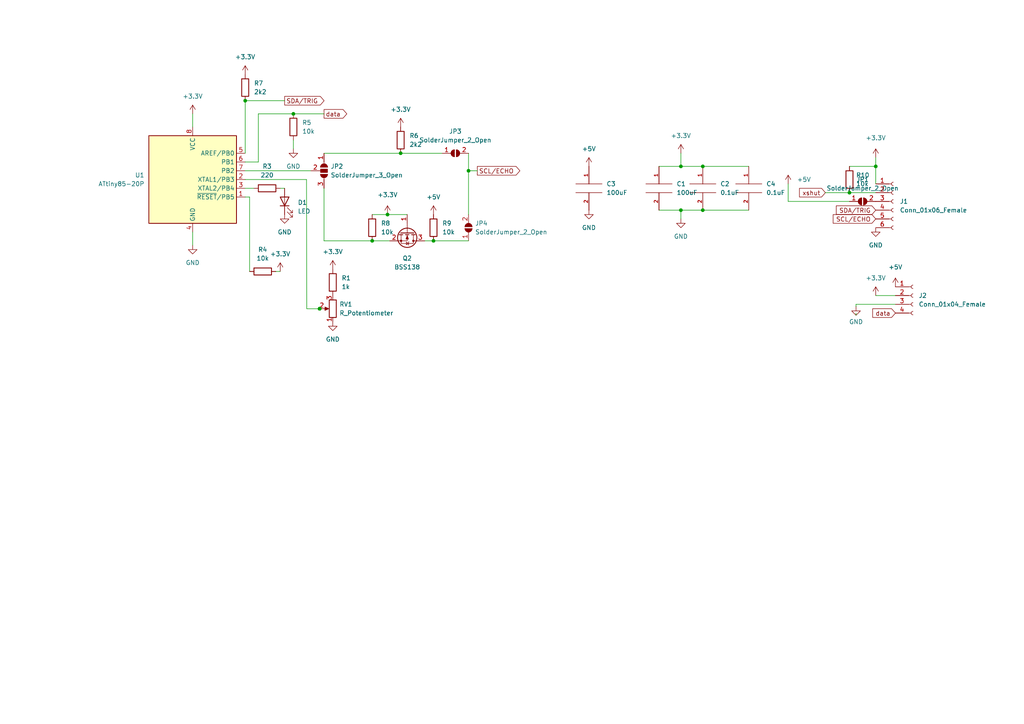
<source format=kicad_sch>
(kicad_sch (version 20211123) (generator eeschema)

  (uuid 2650432a-59b9-4e9f-a25a-536497906eb8)

  (paper "A4")

  (lib_symbols
    (symbol "Connector:Conn_01x04_Female" (pin_names (offset 1.016) hide) (in_bom yes) (on_board yes)
      (property "Reference" "J" (id 0) (at 0 5.08 0)
        (effects (font (size 1.27 1.27)))
      )
      (property "Value" "Conn_01x04_Female" (id 1) (at 0 -7.62 0)
        (effects (font (size 1.27 1.27)))
      )
      (property "Footprint" "" (id 2) (at 0 0 0)
        (effects (font (size 1.27 1.27)) hide)
      )
      (property "Datasheet" "~" (id 3) (at 0 0 0)
        (effects (font (size 1.27 1.27)) hide)
      )
      (property "ki_keywords" "connector" (id 4) (at 0 0 0)
        (effects (font (size 1.27 1.27)) hide)
      )
      (property "ki_description" "Generic connector, single row, 01x04, script generated (kicad-library-utils/schlib/autogen/connector/)" (id 5) (at 0 0 0)
        (effects (font (size 1.27 1.27)) hide)
      )
      (property "ki_fp_filters" "Connector*:*_1x??_*" (id 6) (at 0 0 0)
        (effects (font (size 1.27 1.27)) hide)
      )
      (symbol "Conn_01x04_Female_1_1"
        (arc (start 0 -4.572) (mid -0.508 -5.08) (end 0 -5.588)
          (stroke (width 0.1524) (type default) (color 0 0 0 0))
          (fill (type none))
        )
        (arc (start 0 -2.032) (mid -0.508 -2.54) (end 0 -3.048)
          (stroke (width 0.1524) (type default) (color 0 0 0 0))
          (fill (type none))
        )
        (polyline
          (pts
            (xy -1.27 -5.08)
            (xy -0.508 -5.08)
          )
          (stroke (width 0.1524) (type default) (color 0 0 0 0))
          (fill (type none))
        )
        (polyline
          (pts
            (xy -1.27 -2.54)
            (xy -0.508 -2.54)
          )
          (stroke (width 0.1524) (type default) (color 0 0 0 0))
          (fill (type none))
        )
        (polyline
          (pts
            (xy -1.27 0)
            (xy -0.508 0)
          )
          (stroke (width 0.1524) (type default) (color 0 0 0 0))
          (fill (type none))
        )
        (polyline
          (pts
            (xy -1.27 2.54)
            (xy -0.508 2.54)
          )
          (stroke (width 0.1524) (type default) (color 0 0 0 0))
          (fill (type none))
        )
        (arc (start 0 0.508) (mid -0.508 0) (end 0 -0.508)
          (stroke (width 0.1524) (type default) (color 0 0 0 0))
          (fill (type none))
        )
        (arc (start 0 3.048) (mid -0.508 2.54) (end 0 2.032)
          (stroke (width 0.1524) (type default) (color 0 0 0 0))
          (fill (type none))
        )
        (pin passive line (at -5.08 2.54 0) (length 3.81)
          (name "Pin_1" (effects (font (size 1.27 1.27))))
          (number "1" (effects (font (size 1.27 1.27))))
        )
        (pin passive line (at -5.08 0 0) (length 3.81)
          (name "Pin_2" (effects (font (size 1.27 1.27))))
          (number "2" (effects (font (size 1.27 1.27))))
        )
        (pin passive line (at -5.08 -2.54 0) (length 3.81)
          (name "Pin_3" (effects (font (size 1.27 1.27))))
          (number "3" (effects (font (size 1.27 1.27))))
        )
        (pin passive line (at -5.08 -5.08 0) (length 3.81)
          (name "Pin_4" (effects (font (size 1.27 1.27))))
          (number "4" (effects (font (size 1.27 1.27))))
        )
      )
    )
    (symbol "Connector:Conn_01x06_Female" (pin_names (offset 1.016) hide) (in_bom yes) (on_board yes)
      (property "Reference" "J" (id 0) (at 0 7.62 0)
        (effects (font (size 1.27 1.27)))
      )
      (property "Value" "Conn_01x06_Female" (id 1) (at 0 -10.16 0)
        (effects (font (size 1.27 1.27)))
      )
      (property "Footprint" "" (id 2) (at 0 0 0)
        (effects (font (size 1.27 1.27)) hide)
      )
      (property "Datasheet" "~" (id 3) (at 0 0 0)
        (effects (font (size 1.27 1.27)) hide)
      )
      (property "ki_keywords" "connector" (id 4) (at 0 0 0)
        (effects (font (size 1.27 1.27)) hide)
      )
      (property "ki_description" "Generic connector, single row, 01x06, script generated (kicad-library-utils/schlib/autogen/connector/)" (id 5) (at 0 0 0)
        (effects (font (size 1.27 1.27)) hide)
      )
      (property "ki_fp_filters" "Connector*:*_1x??_*" (id 6) (at 0 0 0)
        (effects (font (size 1.27 1.27)) hide)
      )
      (symbol "Conn_01x06_Female_1_1"
        (arc (start 0 -7.112) (mid -0.508 -7.62) (end 0 -8.128)
          (stroke (width 0.1524) (type default) (color 0 0 0 0))
          (fill (type none))
        )
        (arc (start 0 -4.572) (mid -0.508 -5.08) (end 0 -5.588)
          (stroke (width 0.1524) (type default) (color 0 0 0 0))
          (fill (type none))
        )
        (arc (start 0 -2.032) (mid -0.508 -2.54) (end 0 -3.048)
          (stroke (width 0.1524) (type default) (color 0 0 0 0))
          (fill (type none))
        )
        (polyline
          (pts
            (xy -1.27 -7.62)
            (xy -0.508 -7.62)
          )
          (stroke (width 0.1524) (type default) (color 0 0 0 0))
          (fill (type none))
        )
        (polyline
          (pts
            (xy -1.27 -5.08)
            (xy -0.508 -5.08)
          )
          (stroke (width 0.1524) (type default) (color 0 0 0 0))
          (fill (type none))
        )
        (polyline
          (pts
            (xy -1.27 -2.54)
            (xy -0.508 -2.54)
          )
          (stroke (width 0.1524) (type default) (color 0 0 0 0))
          (fill (type none))
        )
        (polyline
          (pts
            (xy -1.27 0)
            (xy -0.508 0)
          )
          (stroke (width 0.1524) (type default) (color 0 0 0 0))
          (fill (type none))
        )
        (polyline
          (pts
            (xy -1.27 2.54)
            (xy -0.508 2.54)
          )
          (stroke (width 0.1524) (type default) (color 0 0 0 0))
          (fill (type none))
        )
        (polyline
          (pts
            (xy -1.27 5.08)
            (xy -0.508 5.08)
          )
          (stroke (width 0.1524) (type default) (color 0 0 0 0))
          (fill (type none))
        )
        (arc (start 0 0.508) (mid -0.508 0) (end 0 -0.508)
          (stroke (width 0.1524) (type default) (color 0 0 0 0))
          (fill (type none))
        )
        (arc (start 0 3.048) (mid -0.508 2.54) (end 0 2.032)
          (stroke (width 0.1524) (type default) (color 0 0 0 0))
          (fill (type none))
        )
        (arc (start 0 5.588) (mid -0.508 5.08) (end 0 4.572)
          (stroke (width 0.1524) (type default) (color 0 0 0 0))
          (fill (type none))
        )
        (pin passive line (at -5.08 5.08 0) (length 3.81)
          (name "Pin_1" (effects (font (size 1.27 1.27))))
          (number "1" (effects (font (size 1.27 1.27))))
        )
        (pin passive line (at -5.08 2.54 0) (length 3.81)
          (name "Pin_2" (effects (font (size 1.27 1.27))))
          (number "2" (effects (font (size 1.27 1.27))))
        )
        (pin passive line (at -5.08 0 0) (length 3.81)
          (name "Pin_3" (effects (font (size 1.27 1.27))))
          (number "3" (effects (font (size 1.27 1.27))))
        )
        (pin passive line (at -5.08 -2.54 0) (length 3.81)
          (name "Pin_4" (effects (font (size 1.27 1.27))))
          (number "4" (effects (font (size 1.27 1.27))))
        )
        (pin passive line (at -5.08 -5.08 0) (length 3.81)
          (name "Pin_5" (effects (font (size 1.27 1.27))))
          (number "5" (effects (font (size 1.27 1.27))))
        )
        (pin passive line (at -5.08 -7.62 0) (length 3.81)
          (name "Pin_6" (effects (font (size 1.27 1.27))))
          (number "6" (effects (font (size 1.27 1.27))))
        )
      )
    )
    (symbol "Device:LED" (pin_numbers hide) (pin_names (offset 1.016) hide) (in_bom yes) (on_board yes)
      (property "Reference" "D" (id 0) (at 0 2.54 0)
        (effects (font (size 1.27 1.27)))
      )
      (property "Value" "LED" (id 1) (at 0 -2.54 0)
        (effects (font (size 1.27 1.27)))
      )
      (property "Footprint" "" (id 2) (at 0 0 0)
        (effects (font (size 1.27 1.27)) hide)
      )
      (property "Datasheet" "~" (id 3) (at 0 0 0)
        (effects (font (size 1.27 1.27)) hide)
      )
      (property "ki_keywords" "LED diode" (id 4) (at 0 0 0)
        (effects (font (size 1.27 1.27)) hide)
      )
      (property "ki_description" "Light emitting diode" (id 5) (at 0 0 0)
        (effects (font (size 1.27 1.27)) hide)
      )
      (property "ki_fp_filters" "LED* LED_SMD:* LED_THT:*" (id 6) (at 0 0 0)
        (effects (font (size 1.27 1.27)) hide)
      )
      (symbol "LED_0_1"
        (polyline
          (pts
            (xy -1.27 -1.27)
            (xy -1.27 1.27)
          )
          (stroke (width 0.254) (type default) (color 0 0 0 0))
          (fill (type none))
        )
        (polyline
          (pts
            (xy -1.27 0)
            (xy 1.27 0)
          )
          (stroke (width 0) (type default) (color 0 0 0 0))
          (fill (type none))
        )
        (polyline
          (pts
            (xy 1.27 -1.27)
            (xy 1.27 1.27)
            (xy -1.27 0)
            (xy 1.27 -1.27)
          )
          (stroke (width 0.254) (type default) (color 0 0 0 0))
          (fill (type none))
        )
        (polyline
          (pts
            (xy -3.048 -0.762)
            (xy -4.572 -2.286)
            (xy -3.81 -2.286)
            (xy -4.572 -2.286)
            (xy -4.572 -1.524)
          )
          (stroke (width 0) (type default) (color 0 0 0 0))
          (fill (type none))
        )
        (polyline
          (pts
            (xy -1.778 -0.762)
            (xy -3.302 -2.286)
            (xy -2.54 -2.286)
            (xy -3.302 -2.286)
            (xy -3.302 -1.524)
          )
          (stroke (width 0) (type default) (color 0 0 0 0))
          (fill (type none))
        )
      )
      (symbol "LED_1_1"
        (pin passive line (at -3.81 0 0) (length 2.54)
          (name "K" (effects (font (size 1.27 1.27))))
          (number "1" (effects (font (size 1.27 1.27))))
        )
        (pin passive line (at 3.81 0 180) (length 2.54)
          (name "A" (effects (font (size 1.27 1.27))))
          (number "2" (effects (font (size 1.27 1.27))))
        )
      )
    )
    (symbol "Device:R" (pin_numbers hide) (pin_names (offset 0)) (in_bom yes) (on_board yes)
      (property "Reference" "R" (id 0) (at 2.032 0 90)
        (effects (font (size 1.27 1.27)))
      )
      (property "Value" "R" (id 1) (at 0 0 90)
        (effects (font (size 1.27 1.27)))
      )
      (property "Footprint" "" (id 2) (at -1.778 0 90)
        (effects (font (size 1.27 1.27)) hide)
      )
      (property "Datasheet" "~" (id 3) (at 0 0 0)
        (effects (font (size 1.27 1.27)) hide)
      )
      (property "ki_keywords" "R res resistor" (id 4) (at 0 0 0)
        (effects (font (size 1.27 1.27)) hide)
      )
      (property "ki_description" "Resistor" (id 5) (at 0 0 0)
        (effects (font (size 1.27 1.27)) hide)
      )
      (property "ki_fp_filters" "R_*" (id 6) (at 0 0 0)
        (effects (font (size 1.27 1.27)) hide)
      )
      (symbol "R_0_1"
        (rectangle (start -1.016 -2.54) (end 1.016 2.54)
          (stroke (width 0.254) (type default) (color 0 0 0 0))
          (fill (type none))
        )
      )
      (symbol "R_1_1"
        (pin passive line (at 0 3.81 270) (length 1.27)
          (name "~" (effects (font (size 1.27 1.27))))
          (number "1" (effects (font (size 1.27 1.27))))
        )
        (pin passive line (at 0 -3.81 90) (length 1.27)
          (name "~" (effects (font (size 1.27 1.27))))
          (number "2" (effects (font (size 1.27 1.27))))
        )
      )
    )
    (symbol "Device:R_Potentiometer" (pin_names (offset 1.016) hide) (in_bom yes) (on_board yes)
      (property "Reference" "RV" (id 0) (at -4.445 0 90)
        (effects (font (size 1.27 1.27)))
      )
      (property "Value" "R_Potentiometer" (id 1) (at -2.54 0 90)
        (effects (font (size 1.27 1.27)))
      )
      (property "Footprint" "" (id 2) (at 0 0 0)
        (effects (font (size 1.27 1.27)) hide)
      )
      (property "Datasheet" "~" (id 3) (at 0 0 0)
        (effects (font (size 1.27 1.27)) hide)
      )
      (property "ki_keywords" "resistor variable" (id 4) (at 0 0 0)
        (effects (font (size 1.27 1.27)) hide)
      )
      (property "ki_description" "Potentiometer" (id 5) (at 0 0 0)
        (effects (font (size 1.27 1.27)) hide)
      )
      (property "ki_fp_filters" "Potentiometer*" (id 6) (at 0 0 0)
        (effects (font (size 1.27 1.27)) hide)
      )
      (symbol "R_Potentiometer_0_1"
        (polyline
          (pts
            (xy 2.54 0)
            (xy 1.524 0)
          )
          (stroke (width 0) (type default) (color 0 0 0 0))
          (fill (type none))
        )
        (polyline
          (pts
            (xy 1.143 0)
            (xy 2.286 0.508)
            (xy 2.286 -0.508)
            (xy 1.143 0)
          )
          (stroke (width 0) (type default) (color 0 0 0 0))
          (fill (type outline))
        )
        (rectangle (start 1.016 2.54) (end -1.016 -2.54)
          (stroke (width 0.254) (type default) (color 0 0 0 0))
          (fill (type none))
        )
      )
      (symbol "R_Potentiometer_1_1"
        (pin passive line (at 0 3.81 270) (length 1.27)
          (name "1" (effects (font (size 1.27 1.27))))
          (number "1" (effects (font (size 1.27 1.27))))
        )
        (pin passive line (at 3.81 0 180) (length 1.27)
          (name "2" (effects (font (size 1.27 1.27))))
          (number "2" (effects (font (size 1.27 1.27))))
        )
        (pin passive line (at 0 -3.81 90) (length 1.27)
          (name "3" (effects (font (size 1.27 1.27))))
          (number "3" (effects (font (size 1.27 1.27))))
        )
      )
    )
    (symbol "Jumper:SolderJumper_2_Open" (pin_names (offset 0) hide) (in_bom yes) (on_board yes)
      (property "Reference" "JP" (id 0) (at 0 2.032 0)
        (effects (font (size 1.27 1.27)))
      )
      (property "Value" "SolderJumper_2_Open" (id 1) (at 0 -2.54 0)
        (effects (font (size 1.27 1.27)))
      )
      (property "Footprint" "" (id 2) (at 0 0 0)
        (effects (font (size 1.27 1.27)) hide)
      )
      (property "Datasheet" "~" (id 3) (at 0 0 0)
        (effects (font (size 1.27 1.27)) hide)
      )
      (property "ki_keywords" "solder jumper SPST" (id 4) (at 0 0 0)
        (effects (font (size 1.27 1.27)) hide)
      )
      (property "ki_description" "Solder Jumper, 2-pole, open" (id 5) (at 0 0 0)
        (effects (font (size 1.27 1.27)) hide)
      )
      (property "ki_fp_filters" "SolderJumper*Open*" (id 6) (at 0 0 0)
        (effects (font (size 1.27 1.27)) hide)
      )
      (symbol "SolderJumper_2_Open_0_1"
        (arc (start -0.254 1.016) (mid -1.27 0) (end -0.254 -1.016)
          (stroke (width 0) (type default) (color 0 0 0 0))
          (fill (type none))
        )
        (arc (start -0.254 1.016) (mid -1.27 0) (end -0.254 -1.016)
          (stroke (width 0) (type default) (color 0 0 0 0))
          (fill (type outline))
        )
        (polyline
          (pts
            (xy -0.254 1.016)
            (xy -0.254 -1.016)
          )
          (stroke (width 0) (type default) (color 0 0 0 0))
          (fill (type none))
        )
        (polyline
          (pts
            (xy 0.254 1.016)
            (xy 0.254 -1.016)
          )
          (stroke (width 0) (type default) (color 0 0 0 0))
          (fill (type none))
        )
        (arc (start 0.254 -1.016) (mid 1.27 0) (end 0.254 1.016)
          (stroke (width 0) (type default) (color 0 0 0 0))
          (fill (type none))
        )
        (arc (start 0.254 -1.016) (mid 1.27 0) (end 0.254 1.016)
          (stroke (width 0) (type default) (color 0 0 0 0))
          (fill (type outline))
        )
      )
      (symbol "SolderJumper_2_Open_1_1"
        (pin passive line (at -3.81 0 0) (length 2.54)
          (name "A" (effects (font (size 1.27 1.27))))
          (number "1" (effects (font (size 1.27 1.27))))
        )
        (pin passive line (at 3.81 0 180) (length 2.54)
          (name "B" (effects (font (size 1.27 1.27))))
          (number "2" (effects (font (size 1.27 1.27))))
        )
      )
    )
    (symbol "Jumper:SolderJumper_3_Open" (pin_names (offset 0) hide) (in_bom yes) (on_board yes)
      (property "Reference" "JP" (id 0) (at -2.54 -2.54 0)
        (effects (font (size 1.27 1.27)))
      )
      (property "Value" "SolderJumper_3_Open" (id 1) (at 0 2.794 0)
        (effects (font (size 1.27 1.27)))
      )
      (property "Footprint" "" (id 2) (at 0 0 0)
        (effects (font (size 1.27 1.27)) hide)
      )
      (property "Datasheet" "~" (id 3) (at 0 0 0)
        (effects (font (size 1.27 1.27)) hide)
      )
      (property "ki_keywords" "Solder Jumper SPDT" (id 4) (at 0 0 0)
        (effects (font (size 1.27 1.27)) hide)
      )
      (property "ki_description" "Solder Jumper, 3-pole, open" (id 5) (at 0 0 0)
        (effects (font (size 1.27 1.27)) hide)
      )
      (property "ki_fp_filters" "SolderJumper*Open*" (id 6) (at 0 0 0)
        (effects (font (size 1.27 1.27)) hide)
      )
      (symbol "SolderJumper_3_Open_0_1"
        (arc (start -1.016 1.016) (mid -2.032 0) (end -1.016 -1.016)
          (stroke (width 0) (type default) (color 0 0 0 0))
          (fill (type none))
        )
        (arc (start -1.016 1.016) (mid -2.032 0) (end -1.016 -1.016)
          (stroke (width 0) (type default) (color 0 0 0 0))
          (fill (type outline))
        )
        (rectangle (start -0.508 1.016) (end 0.508 -1.016)
          (stroke (width 0) (type default) (color 0 0 0 0))
          (fill (type outline))
        )
        (polyline
          (pts
            (xy -2.54 0)
            (xy -2.032 0)
          )
          (stroke (width 0) (type default) (color 0 0 0 0))
          (fill (type none))
        )
        (polyline
          (pts
            (xy -1.016 1.016)
            (xy -1.016 -1.016)
          )
          (stroke (width 0) (type default) (color 0 0 0 0))
          (fill (type none))
        )
        (polyline
          (pts
            (xy 0 -1.27)
            (xy 0 -1.016)
          )
          (stroke (width 0) (type default) (color 0 0 0 0))
          (fill (type none))
        )
        (polyline
          (pts
            (xy 1.016 1.016)
            (xy 1.016 -1.016)
          )
          (stroke (width 0) (type default) (color 0 0 0 0))
          (fill (type none))
        )
        (polyline
          (pts
            (xy 2.54 0)
            (xy 2.032 0)
          )
          (stroke (width 0) (type default) (color 0 0 0 0))
          (fill (type none))
        )
        (arc (start 1.016 -1.016) (mid 2.032 0) (end 1.016 1.016)
          (stroke (width 0) (type default) (color 0 0 0 0))
          (fill (type none))
        )
        (arc (start 1.016 -1.016) (mid 2.032 0) (end 1.016 1.016)
          (stroke (width 0) (type default) (color 0 0 0 0))
          (fill (type outline))
        )
      )
      (symbol "SolderJumper_3_Open_1_1"
        (pin passive line (at -5.08 0 0) (length 2.54)
          (name "A" (effects (font (size 1.27 1.27))))
          (number "1" (effects (font (size 1.27 1.27))))
        )
        (pin passive line (at 0 -3.81 90) (length 2.54)
          (name "C" (effects (font (size 1.27 1.27))))
          (number "2" (effects (font (size 1.27 1.27))))
        )
        (pin passive line (at 5.08 0 180) (length 2.54)
          (name "B" (effects (font (size 1.27 1.27))))
          (number "3" (effects (font (size 1.27 1.27))))
        )
      )
    )
    (symbol "MCU_Microchip_ATtiny:ATtiny85-20P" (in_bom yes) (on_board yes)
      (property "Reference" "U" (id 0) (at -12.7 13.97 0)
        (effects (font (size 1.27 1.27)) (justify left bottom))
      )
      (property "Value" "ATtiny85-20P" (id 1) (at 2.54 -13.97 0)
        (effects (font (size 1.27 1.27)) (justify left top))
      )
      (property "Footprint" "Package_DIP:DIP-8_W7.62mm" (id 2) (at 0 0 0)
        (effects (font (size 1.27 1.27) italic) hide)
      )
      (property "Datasheet" "http://ww1.microchip.com/downloads/en/DeviceDoc/atmel-2586-avr-8-bit-microcontroller-attiny25-attiny45-attiny85_datasheet.pdf" (id 3) (at 0 0 0)
        (effects (font (size 1.27 1.27)) hide)
      )
      (property "ki_keywords" "AVR 8bit Microcontroller tinyAVR" (id 4) (at 0 0 0)
        (effects (font (size 1.27 1.27)) hide)
      )
      (property "ki_description" "20MHz, 8kB Flash, 512B SRAM, 512B EEPROM, debugWIRE, DIP-8" (id 5) (at 0 0 0)
        (effects (font (size 1.27 1.27)) hide)
      )
      (property "ki_fp_filters" "DIP*W7.62mm*" (id 6) (at 0 0 0)
        (effects (font (size 1.27 1.27)) hide)
      )
      (symbol "ATtiny85-20P_0_1"
        (rectangle (start -12.7 -12.7) (end 12.7 12.7)
          (stroke (width 0.254) (type default) (color 0 0 0 0))
          (fill (type background))
        )
      )
      (symbol "ATtiny85-20P_1_1"
        (pin bidirectional line (at 15.24 -5.08 180) (length 2.54)
          (name "~{RESET}/PB5" (effects (font (size 1.27 1.27))))
          (number "1" (effects (font (size 1.27 1.27))))
        )
        (pin bidirectional line (at 15.24 0 180) (length 2.54)
          (name "XTAL1/PB3" (effects (font (size 1.27 1.27))))
          (number "2" (effects (font (size 1.27 1.27))))
        )
        (pin bidirectional line (at 15.24 -2.54 180) (length 2.54)
          (name "XTAL2/PB4" (effects (font (size 1.27 1.27))))
          (number "3" (effects (font (size 1.27 1.27))))
        )
        (pin power_in line (at 0 -15.24 90) (length 2.54)
          (name "GND" (effects (font (size 1.27 1.27))))
          (number "4" (effects (font (size 1.27 1.27))))
        )
        (pin bidirectional line (at 15.24 7.62 180) (length 2.54)
          (name "AREF/PB0" (effects (font (size 1.27 1.27))))
          (number "5" (effects (font (size 1.27 1.27))))
        )
        (pin bidirectional line (at 15.24 5.08 180) (length 2.54)
          (name "PB1" (effects (font (size 1.27 1.27))))
          (number "6" (effects (font (size 1.27 1.27))))
        )
        (pin bidirectional line (at 15.24 2.54 180) (length 2.54)
          (name "PB2" (effects (font (size 1.27 1.27))))
          (number "7" (effects (font (size 1.27 1.27))))
        )
        (pin power_in line (at 0 15.24 270) (length 2.54)
          (name "VCC" (effects (font (size 1.27 1.27))))
          (number "8" (effects (font (size 1.27 1.27))))
        )
      )
    )
    (symbol "Transistor_FET:BSS138" (pin_names hide) (in_bom yes) (on_board yes)
      (property "Reference" "Q" (id 0) (at 5.08 1.905 0)
        (effects (font (size 1.27 1.27)) (justify left))
      )
      (property "Value" "BSS138" (id 1) (at 5.08 0 0)
        (effects (font (size 1.27 1.27)) (justify left))
      )
      (property "Footprint" "Package_TO_SOT_SMD:SOT-23" (id 2) (at 5.08 -1.905 0)
        (effects (font (size 1.27 1.27) italic) (justify left) hide)
      )
      (property "Datasheet" "https://www.onsemi.com/pub/Collateral/BSS138-D.PDF" (id 3) (at 0 0 0)
        (effects (font (size 1.27 1.27)) (justify left) hide)
      )
      (property "ki_keywords" "N-Channel MOSFET" (id 4) (at 0 0 0)
        (effects (font (size 1.27 1.27)) hide)
      )
      (property "ki_description" "50V Vds, 0.22A Id, N-Channel MOSFET, SOT-23" (id 5) (at 0 0 0)
        (effects (font (size 1.27 1.27)) hide)
      )
      (property "ki_fp_filters" "SOT?23*" (id 6) (at 0 0 0)
        (effects (font (size 1.27 1.27)) hide)
      )
      (symbol "BSS138_0_1"
        (polyline
          (pts
            (xy 0.254 0)
            (xy -2.54 0)
          )
          (stroke (width 0) (type default) (color 0 0 0 0))
          (fill (type none))
        )
        (polyline
          (pts
            (xy 0.254 1.905)
            (xy 0.254 -1.905)
          )
          (stroke (width 0.254) (type default) (color 0 0 0 0))
          (fill (type none))
        )
        (polyline
          (pts
            (xy 0.762 -1.27)
            (xy 0.762 -2.286)
          )
          (stroke (width 0.254) (type default) (color 0 0 0 0))
          (fill (type none))
        )
        (polyline
          (pts
            (xy 0.762 0.508)
            (xy 0.762 -0.508)
          )
          (stroke (width 0.254) (type default) (color 0 0 0 0))
          (fill (type none))
        )
        (polyline
          (pts
            (xy 0.762 2.286)
            (xy 0.762 1.27)
          )
          (stroke (width 0.254) (type default) (color 0 0 0 0))
          (fill (type none))
        )
        (polyline
          (pts
            (xy 2.54 2.54)
            (xy 2.54 1.778)
          )
          (stroke (width 0) (type default) (color 0 0 0 0))
          (fill (type none))
        )
        (polyline
          (pts
            (xy 2.54 -2.54)
            (xy 2.54 0)
            (xy 0.762 0)
          )
          (stroke (width 0) (type default) (color 0 0 0 0))
          (fill (type none))
        )
        (polyline
          (pts
            (xy 0.762 -1.778)
            (xy 3.302 -1.778)
            (xy 3.302 1.778)
            (xy 0.762 1.778)
          )
          (stroke (width 0) (type default) (color 0 0 0 0))
          (fill (type none))
        )
        (polyline
          (pts
            (xy 1.016 0)
            (xy 2.032 0.381)
            (xy 2.032 -0.381)
            (xy 1.016 0)
          )
          (stroke (width 0) (type default) (color 0 0 0 0))
          (fill (type outline))
        )
        (polyline
          (pts
            (xy 2.794 0.508)
            (xy 2.921 0.381)
            (xy 3.683 0.381)
            (xy 3.81 0.254)
          )
          (stroke (width 0) (type default) (color 0 0 0 0))
          (fill (type none))
        )
        (polyline
          (pts
            (xy 3.302 0.381)
            (xy 2.921 -0.254)
            (xy 3.683 -0.254)
            (xy 3.302 0.381)
          )
          (stroke (width 0) (type default) (color 0 0 0 0))
          (fill (type none))
        )
        (circle (center 1.651 0) (radius 2.794)
          (stroke (width 0.254) (type default) (color 0 0 0 0))
          (fill (type none))
        )
        (circle (center 2.54 -1.778) (radius 0.254)
          (stroke (width 0) (type default) (color 0 0 0 0))
          (fill (type outline))
        )
        (circle (center 2.54 1.778) (radius 0.254)
          (stroke (width 0) (type default) (color 0 0 0 0))
          (fill (type outline))
        )
      )
      (symbol "BSS138_1_1"
        (pin input line (at -5.08 0 0) (length 2.54)
          (name "G" (effects (font (size 1.27 1.27))))
          (number "1" (effects (font (size 1.27 1.27))))
        )
        (pin passive line (at 2.54 -5.08 90) (length 2.54)
          (name "S" (effects (font (size 1.27 1.27))))
          (number "2" (effects (font (size 1.27 1.27))))
        )
        (pin passive line (at 2.54 5.08 270) (length 2.54)
          (name "D" (effects (font (size 1.27 1.27))))
          (number "3" (effects (font (size 1.27 1.27))))
        )
      )
    )
    (symbol "power:+3.3V" (power) (pin_names (offset 0)) (in_bom yes) (on_board yes)
      (property "Reference" "#PWR" (id 0) (at 0 -3.81 0)
        (effects (font (size 1.27 1.27)) hide)
      )
      (property "Value" "+3.3V" (id 1) (at 0 3.556 0)
        (effects (font (size 1.27 1.27)))
      )
      (property "Footprint" "" (id 2) (at 0 0 0)
        (effects (font (size 1.27 1.27)) hide)
      )
      (property "Datasheet" "" (id 3) (at 0 0 0)
        (effects (font (size 1.27 1.27)) hide)
      )
      (property "ki_keywords" "power-flag" (id 4) (at 0 0 0)
        (effects (font (size 1.27 1.27)) hide)
      )
      (property "ki_description" "Power symbol creates a global label with name \"+3.3V\"" (id 5) (at 0 0 0)
        (effects (font (size 1.27 1.27)) hide)
      )
      (symbol "+3.3V_0_1"
        (polyline
          (pts
            (xy -0.762 1.27)
            (xy 0 2.54)
          )
          (stroke (width 0) (type default) (color 0 0 0 0))
          (fill (type none))
        )
        (polyline
          (pts
            (xy 0 0)
            (xy 0 2.54)
          )
          (stroke (width 0) (type default) (color 0 0 0 0))
          (fill (type none))
        )
        (polyline
          (pts
            (xy 0 2.54)
            (xy 0.762 1.27)
          )
          (stroke (width 0) (type default) (color 0 0 0 0))
          (fill (type none))
        )
      )
      (symbol "+3.3V_1_1"
        (pin power_in line (at 0 0 90) (length 0) hide
          (name "+3.3V" (effects (font (size 1.27 1.27))))
          (number "1" (effects (font (size 1.27 1.27))))
        )
      )
    )
    (symbol "power:+5V" (power) (pin_names (offset 0)) (in_bom yes) (on_board yes)
      (property "Reference" "#PWR" (id 0) (at 0 -3.81 0)
        (effects (font (size 1.27 1.27)) hide)
      )
      (property "Value" "+5V" (id 1) (at 0 3.556 0)
        (effects (font (size 1.27 1.27)))
      )
      (property "Footprint" "" (id 2) (at 0 0 0)
        (effects (font (size 1.27 1.27)) hide)
      )
      (property "Datasheet" "" (id 3) (at 0 0 0)
        (effects (font (size 1.27 1.27)) hide)
      )
      (property "ki_keywords" "power-flag" (id 4) (at 0 0 0)
        (effects (font (size 1.27 1.27)) hide)
      )
      (property "ki_description" "Power symbol creates a global label with name \"+5V\"" (id 5) (at 0 0 0)
        (effects (font (size 1.27 1.27)) hide)
      )
      (symbol "+5V_0_1"
        (polyline
          (pts
            (xy -0.762 1.27)
            (xy 0 2.54)
          )
          (stroke (width 0) (type default) (color 0 0 0 0))
          (fill (type none))
        )
        (polyline
          (pts
            (xy 0 0)
            (xy 0 2.54)
          )
          (stroke (width 0) (type default) (color 0 0 0 0))
          (fill (type none))
        )
        (polyline
          (pts
            (xy 0 2.54)
            (xy 0.762 1.27)
          )
          (stroke (width 0) (type default) (color 0 0 0 0))
          (fill (type none))
        )
      )
      (symbol "+5V_1_1"
        (pin power_in line (at 0 0 90) (length 0) hide
          (name "+5V" (effects (font (size 1.27 1.27))))
          (number "1" (effects (font (size 1.27 1.27))))
        )
      )
    )
    (symbol "power:GND" (power) (pin_names (offset 0)) (in_bom yes) (on_board yes)
      (property "Reference" "#PWR" (id 0) (at 0 -6.35 0)
        (effects (font (size 1.27 1.27)) hide)
      )
      (property "Value" "GND" (id 1) (at 0 -3.81 0)
        (effects (font (size 1.27 1.27)))
      )
      (property "Footprint" "" (id 2) (at 0 0 0)
        (effects (font (size 1.27 1.27)) hide)
      )
      (property "Datasheet" "" (id 3) (at 0 0 0)
        (effects (font (size 1.27 1.27)) hide)
      )
      (property "ki_keywords" "power-flag" (id 4) (at 0 0 0)
        (effects (font (size 1.27 1.27)) hide)
      )
      (property "ki_description" "Power symbol creates a global label with name \"GND\" , ground" (id 5) (at 0 0 0)
        (effects (font (size 1.27 1.27)) hide)
      )
      (symbol "GND_0_1"
        (polyline
          (pts
            (xy 0 0)
            (xy 0 -1.27)
            (xy 1.27 -1.27)
            (xy 0 -2.54)
            (xy -1.27 -1.27)
            (xy 0 -1.27)
          )
          (stroke (width 0) (type default) (color 0 0 0 0))
          (fill (type none))
        )
      )
      (symbol "GND_1_1"
        (pin power_in line (at 0 0 270) (length 0) hide
          (name "GND" (effects (font (size 1.27 1.27))))
          (number "1" (effects (font (size 1.27 1.27))))
        )
      )
    )
    (symbol "pspice:CAP" (pin_names (offset 0.254)) (in_bom yes) (on_board yes)
      (property "Reference" "C" (id 0) (at 2.54 3.81 90)
        (effects (font (size 1.27 1.27)))
      )
      (property "Value" "CAP" (id 1) (at 2.54 -3.81 90)
        (effects (font (size 1.27 1.27)))
      )
      (property "Footprint" "" (id 2) (at 0 0 0)
        (effects (font (size 1.27 1.27)) hide)
      )
      (property "Datasheet" "~" (id 3) (at 0 0 0)
        (effects (font (size 1.27 1.27)) hide)
      )
      (property "ki_keywords" "simulation" (id 4) (at 0 0 0)
        (effects (font (size 1.27 1.27)) hide)
      )
      (property "ki_description" "Capacitor symbol for simulation only" (id 5) (at 0 0 0)
        (effects (font (size 1.27 1.27)) hide)
      )
      (symbol "CAP_0_1"
        (polyline
          (pts
            (xy -3.81 -1.27)
            (xy 3.81 -1.27)
          )
          (stroke (width 0) (type default) (color 0 0 0 0))
          (fill (type none))
        )
        (polyline
          (pts
            (xy -3.81 1.27)
            (xy 3.81 1.27)
          )
          (stroke (width 0) (type default) (color 0 0 0 0))
          (fill (type none))
        )
      )
      (symbol "CAP_1_1"
        (pin passive line (at 0 6.35 270) (length 5.08)
          (name "~" (effects (font (size 1.016 1.016))))
          (number "1" (effects (font (size 1.016 1.016))))
        )
        (pin passive line (at 0 -6.35 90) (length 5.08)
          (name "~" (effects (font (size 1.016 1.016))))
          (number "2" (effects (font (size 1.016 1.016))))
        )
      )
    )
  )

  (junction (at 92.71 89.5604) (diameter 0) (color 0 0 0 0)
    (uuid 01a49b2f-e8f3-42b0-867b-b1851cf80b90)
  )
  (junction (at 71.12 29.21) (diameter 0) (color 0 0 0 0)
    (uuid 19e7e489-3265-4ad0-9a73-fed821fed8a8)
  )
  (junction (at 246.38 55.88) (diameter 0) (color 0 0 0 0)
    (uuid 260cfe9d-c1c7-49a5-b5e7-b92a8177f3d7)
  )
  (junction (at 203.835 60.96) (diameter 0) (color 0 0 0 0)
    (uuid 31348a57-bd36-4a02-ae9c-dad37d4e69dc)
  )
  (junction (at 112.395 62.23) (diameter 0) (color 0 0 0 0)
    (uuid 423f56b2-69df-40a9-84cc-1b8af3d27d1a)
  )
  (junction (at 92.71 89.5096) (diameter 0) (color 0 0 0 0)
    (uuid 47bd1eda-52af-449c-9ebe-20f7bb3c04d0)
  )
  (junction (at 197.485 48.26) (diameter 0) (color 0 0 0 0)
    (uuid 66afc9f2-1546-4e5c-bf51-5068929c9b41)
  )
  (junction (at 85.09 33.02) (diameter 0) (color 0 0 0 0)
    (uuid 69417031-f72f-4694-bf05-79a12f539227)
  )
  (junction (at 92.71 89.535) (diameter 0) (color 0 0 0 0)
    (uuid 7b7f3003-9bd7-48ba-80da-7a7746baf720)
  )
  (junction (at 203.835 48.26) (diameter 0) (color 0 0 0 0)
    (uuid 9585be82-aced-40c1-97d2-56a4f4c0c02e)
  )
  (junction (at 107.95 69.85) (diameter 0) (color 0 0 0 0)
    (uuid 98c6a5b7-3de6-4d74-b4bc-bda3812d9d8d)
  )
  (junction (at 116.205 44.45) (diameter 0) (color 0 0 0 0)
    (uuid a09d70be-206a-4545-8fae-bc83dc298b04)
  )
  (junction (at 125.73 69.85) (diameter 0) (color 0 0 0 0)
    (uuid bc58adfb-3dfe-43f2-b486-844ea99731e8)
  )
  (junction (at 135.89 49.53) (diameter 0) (color 0 0 0 0)
    (uuid c0cce74e-acb4-421a-9bb8-6831d0d2239a)
  )
  (junction (at 254 48.26) (diameter 0) (color 0 0 0 0)
    (uuid cb9a10cb-6862-4475-be60-74c7b35d40d3)
  )
  (junction (at 197.485 60.96) (diameter 0) (color 0 0 0 0)
    (uuid e9720858-820b-4b61-bba5-9dc2a28dbec7)
  )

  (wire (pts (xy 55.88 67.31) (xy 55.88 71.12))
    (stroke (width 0) (type default) (color 0 0 0 0))
    (uuid 01457eec-2527-41fd-9f53-e1335eb5f5ad)
  )
  (wire (pts (xy 93.98 54.61) (xy 93.98 69.85))
    (stroke (width 0) (type default) (color 0 0 0 0))
    (uuid 0b871c54-9fb1-4e55-b287-7a9a6a32293e)
  )
  (wire (pts (xy 191.135 48.26) (xy 197.485 48.26))
    (stroke (width 0) (type default) (color 0 0 0 0))
    (uuid 12cfe241-8359-4a56-a903-13d6960eabc4)
  )
  (wire (pts (xy 72.39 57.15) (xy 72.39 78.74))
    (stroke (width 0) (type default) (color 0 0 0 0))
    (uuid 13d31ea7-fde4-44c4-afa0-b312b3899b51)
  )
  (wire (pts (xy 191.135 60.96) (xy 197.485 60.96))
    (stroke (width 0) (type default) (color 0 0 0 0))
    (uuid 167416c9-fb45-4c2b-bdd3-c3013c13862f)
  )
  (wire (pts (xy 92.71 89.5604) (xy 92.71 89.535))
    (stroke (width 0) (type default) (color 0 0 0 0))
    (uuid 18bc0354-c235-41bf-ba1c-d066db554603)
  )
  (wire (pts (xy 135.89 49.53) (xy 135.89 62.23))
    (stroke (width 0) (type default) (color 0 0 0 0))
    (uuid 1b48634f-c7b6-49cd-987f-fa3c11677b70)
  )
  (wire (pts (xy 71.12 49.53) (xy 90.17 49.53))
    (stroke (width 0) (type default) (color 0 0 0 0))
    (uuid 1d79d0be-f61a-41d2-9acd-e8fb3c15a95e)
  )
  (wire (pts (xy 248.285 88.265) (xy 248.285 88.9))
    (stroke (width 0) (type default) (color 0 0 0 0))
    (uuid 1da58197-1465-45dc-90bc-d8010df11d1b)
  )
  (wire (pts (xy 112.395 62.23) (xy 118.11 62.23))
    (stroke (width 0) (type default) (color 0 0 0 0))
    (uuid 2988e101-2bb0-415f-9727-63f1639ff7fa)
  )
  (wire (pts (xy 259.715 88.265) (xy 248.285 88.265))
    (stroke (width 0) (type default) (color 0 0 0 0))
    (uuid 29c282d4-6093-4ace-b23c-9da8e94dd797)
  )
  (wire (pts (xy 203.835 48.26) (xy 217.17 48.26))
    (stroke (width 0) (type default) (color 0 0 0 0))
    (uuid 2bdb8b42-1a3f-4c80-9d64-baa232e4d01b)
  )
  (wire (pts (xy 107.95 62.23) (xy 112.395 62.23))
    (stroke (width 0) (type default) (color 0 0 0 0))
    (uuid 2d6bf34b-37f8-4802-8754-264b2cacc517)
  )
  (wire (pts (xy 93.98 44.45) (xy 116.205 44.45))
    (stroke (width 0) (type default) (color 0 0 0 0))
    (uuid 377e2e5a-8965-4a94-aa0d-40a9c35371e9)
  )
  (wire (pts (xy 71.12 57.15) (xy 72.39 57.15))
    (stroke (width 0) (type default) (color 0 0 0 0))
    (uuid 37f2cea1-0c83-47b6-8462-836384833a59)
  )
  (wire (pts (xy 239.395 55.88) (xy 246.38 55.88))
    (stroke (width 0) (type default) (color 0 0 0 0))
    (uuid 47260f76-5388-4b12-bbeb-99209865919a)
  )
  (wire (pts (xy 125.73 69.85) (xy 123.19 69.85))
    (stroke (width 0) (type default) (color 0 0 0 0))
    (uuid 4a6f105f-c370-4b60-a643-1be877c842ee)
  )
  (wire (pts (xy 254 45.72) (xy 254 48.26))
    (stroke (width 0) (type default) (color 0 0 0 0))
    (uuid 4e81ab52-b7fc-4086-9208-bab22532200f)
  )
  (wire (pts (xy 246.38 58.42) (xy 228.6 58.42))
    (stroke (width 0) (type default) (color 0 0 0 0))
    (uuid 50f2debd-6723-4eab-bf6c-e014e5e6e79c)
  )
  (wire (pts (xy 228.6 58.42) (xy 228.6 53.34))
    (stroke (width 0) (type default) (color 0 0 0 0))
    (uuid 51d2a49a-12ce-4b71-9952-9b01bcc9a4bd)
  )
  (wire (pts (xy 71.12 46.99) (xy 74.93 46.99))
    (stroke (width 0) (type default) (color 0 0 0 0))
    (uuid 554ef0c8-5576-4511-a876-d08a560d54bf)
  )
  (wire (pts (xy 71.12 44.45) (xy 71.12 29.21))
    (stroke (width 0) (type default) (color 0 0 0 0))
    (uuid 58defe8f-0682-4138-a17e-69d584bd3687)
  )
  (wire (pts (xy 197.485 48.26) (xy 203.835 48.26))
    (stroke (width 0) (type default) (color 0 0 0 0))
    (uuid 5b364adb-1fbf-4bd7-915a-29336e3ebe56)
  )
  (wire (pts (xy 93.98 69.85) (xy 107.95 69.85))
    (stroke (width 0) (type default) (color 0 0 0 0))
    (uuid 5ec1871e-8900-4e5f-8e6e-b8cfff32bb20)
  )
  (wire (pts (xy 197.485 60.96) (xy 197.485 63.5))
    (stroke (width 0) (type default) (color 0 0 0 0))
    (uuid 6054ce20-83b8-4a69-a4b9-adfba1f4a45d)
  )
  (wire (pts (xy 107.95 69.85) (xy 113.03 69.85))
    (stroke (width 0) (type default) (color 0 0 0 0))
    (uuid 606d6ece-30aa-472f-a1f7-5cdb522a4c35)
  )
  (wire (pts (xy 135.89 49.53) (xy 138.43 49.53))
    (stroke (width 0) (type default) (color 0 0 0 0))
    (uuid 6096c3f0-7545-4f77-aad8-212fd9e3eb8b)
  )
  (wire (pts (xy 248.285 90.805) (xy 248.285 91.44))
    (stroke (width 0) (type default) (color 0 0 0 0))
    (uuid 70546846-ec6c-4e2d-a502-2a14ea1b7a8f)
  )
  (wire (pts (xy 71.12 54.61) (xy 73.66 54.61))
    (stroke (width 0) (type default) (color 0 0 0 0))
    (uuid 8440d269-99c1-49cf-960e-8eb2382315ff)
  )
  (wire (pts (xy 246.38 48.26) (xy 254 48.26))
    (stroke (width 0) (type default) (color 0 0 0 0))
    (uuid 87a8a704-1817-43ca-aa8a-667183e0dbd1)
  )
  (wire (pts (xy 92.71 89.535) (xy 92.71 89.5096))
    (stroke (width 0) (type default) (color 0 0 0 0))
    (uuid 8b01c2b5-2103-40db-9d84-93a076c8b635)
  )
  (wire (pts (xy 85.09 33.02) (xy 74.93 33.02))
    (stroke (width 0) (type default) (color 0 0 0 0))
    (uuid 8e6f3292-78e9-405f-a76d-e5b5a6697d88)
  )
  (wire (pts (xy 92.71 89.5604) (xy 92.8116 89.5604))
    (stroke (width 0) (type default) (color 0 0 0 0))
    (uuid 8f1893b2-a159-4cbb-9373-0b0d0f4886d0)
  )
  (wire (pts (xy 88.9 52.07) (xy 88.9762 89.5604))
    (stroke (width 0) (type default) (color 0 0 0 0))
    (uuid 94237641-5814-4a2a-b5ee-0d667c4ef5ac)
  )
  (wire (pts (xy 254 85.725) (xy 259.715 85.725))
    (stroke (width 0) (type default) (color 0 0 0 0))
    (uuid 94c04d45-f4dc-4cd0-8394-4f1946afa2c9)
  )
  (wire (pts (xy 85.09 33.02) (xy 93.98 33.02))
    (stroke (width 0) (type default) (color 0 0 0 0))
    (uuid aa621c7b-008e-4e3a-92e0-ed66d70623ea)
  )
  (wire (pts (xy 135.89 69.85) (xy 125.73 69.85))
    (stroke (width 0) (type default) (color 0 0 0 0))
    (uuid ac23ef23-c6ce-48a0-aef3-8b6a05ad6c6d)
  )
  (wire (pts (xy 135.89 44.45) (xy 135.89 49.53))
    (stroke (width 0) (type default) (color 0 0 0 0))
    (uuid af30d05c-4592-49f0-8c92-2ab51a486a05)
  )
  (wire (pts (xy 80.01 78.74) (xy 81.28 78.74))
    (stroke (width 0) (type default) (color 0 0 0 0))
    (uuid b3e5aa94-16b1-4c29-9c76-1a476da3c3f9)
  )
  (wire (pts (xy 71.12 29.21) (xy 82.55 29.21))
    (stroke (width 0) (type default) (color 0 0 0 0))
    (uuid b8e886e1-5f64-490d-b2cc-3503817a420d)
  )
  (wire (pts (xy 55.88 33.02) (xy 55.88 36.83))
    (stroke (width 0) (type default) (color 0 0 0 0))
    (uuid ba8587fc-3183-438b-9cc1-cfb66664f310)
  )
  (wire (pts (xy 71.12 52.07) (xy 88.9 52.07))
    (stroke (width 0) (type default) (color 0 0 0 0))
    (uuid bdd3135a-0bdb-468b-8868-22034d16a9f9)
  )
  (wire (pts (xy 203.835 60.96) (xy 217.17 60.96))
    (stroke (width 0) (type default) (color 0 0 0 0))
    (uuid bf6929c2-d402-49aa-b481-83f83ace4439)
  )
  (wire (pts (xy 74.93 33.02) (xy 74.93 46.99))
    (stroke (width 0) (type default) (color 0 0 0 0))
    (uuid c07bbb46-cebe-40ab-8a97-0e2f67d409e0)
  )
  (wire (pts (xy 197.485 60.96) (xy 203.835 60.96))
    (stroke (width 0) (type default) (color 0 0 0 0))
    (uuid c14c2bba-de9f-4fba-869c-90626ea35ba6)
  )
  (wire (pts (xy 246.38 55.88) (xy 254 55.88))
    (stroke (width 0) (type default) (color 0 0 0 0))
    (uuid c652f39b-6c25-4511-b8dd-c38ada799683)
  )
  (wire (pts (xy 254 48.26) (xy 254 53.34))
    (stroke (width 0) (type default) (color 0 0 0 0))
    (uuid cfa412b4-e45c-4d24-8eff-ebff8bd423fc)
  )
  (wire (pts (xy 81.28 54.61) (xy 82.55 54.61))
    (stroke (width 0) (type default) (color 0 0 0 0))
    (uuid d2db23d3-74d2-4eac-a016-5a35fbf00186)
  )
  (wire (pts (xy 116.205 44.45) (xy 128.27 44.45))
    (stroke (width 0) (type default) (color 0 0 0 0))
    (uuid d868c7b0-1475-44b1-aff5-af92b2bb9bd6)
  )
  (wire (pts (xy 88.9762 89.5604) (xy 92.71 89.5604))
    (stroke (width 0) (type default) (color 0 0 0 0))
    (uuid dd116cf5-22ca-4327-bf13-0504635ad22a)
  )
  (wire (pts (xy 85.09 40.64) (xy 85.09 43.18))
    (stroke (width 0) (type default) (color 0 0 0 0))
    (uuid ebc057cc-9fb3-4803-a51e-7da0ce3a3943)
  )
  (wire (pts (xy 197.485 48.26) (xy 197.485 44.45))
    (stroke (width 0) (type default) (color 0 0 0 0))
    (uuid fcef4cab-b01f-4b46-9028-6c542edaca3d)
  )

  (global_label "xshut" (shape input) (at 239.395 55.88 180) (fields_autoplaced)
    (effects (font (size 1.27 1.27)) (justify right))
    (uuid 06a84519-4839-4bfd-b71d-b510e14adef4)
    (property "Intersheet References" "${INTERSHEET_REFS}" (id 0) (at 231.9019 55.8006 0)
      (effects (font (size 1.27 1.27)) (justify right) hide)
    )
  )
  (global_label "SCL{slash}ECHO" (shape input) (at 254 63.5 180) (fields_autoplaced)
    (effects (font (size 1.27 1.27)) (justify right))
    (uuid 3be25a37-4b07-474b-8ee1-0bb2017ac9ab)
    (property "Intersheet References" "${INTERSHEET_REFS}" (id 0) (at 241.6688 63.4206 0)
      (effects (font (size 1.27 1.27)) (justify right) hide)
    )
  )
  (global_label "data" (shape output) (at 93.98 33.02 0) (fields_autoplaced)
    (effects (font (size 1.27 1.27)) (justify left))
    (uuid 8478c76c-b85e-4b82-b20e-4ef110ecc5d8)
    (property "Intersheet References" "${INTERSHEET_REFS}" (id 0) (at 100.566 32.9406 0)
      (effects (font (size 1.27 1.27)) (justify left) hide)
    )
  )
  (global_label "SDA{slash}TRIG" (shape output) (at 82.55 29.21 0) (fields_autoplaced)
    (effects (font (size 1.27 1.27)) (justify left))
    (uuid a11d46b1-6dda-465b-a19f-793fdb2c8273)
    (property "Intersheet References" "${INTERSHEET_REFS}" (id 0) (at 93.9741 29.1306 0)
      (effects (font (size 1.27 1.27)) (justify left) hide)
    )
  )
  (global_label "SDA{slash}TRIG" (shape input) (at 254 60.96 180) (fields_autoplaced)
    (effects (font (size 1.27 1.27)) (justify right))
    (uuid b081c85f-790f-4e18-9212-82025b063024)
    (property "Intersheet References" "${INTERSHEET_REFS}" (id 0) (at 242.5759 60.8806 0)
      (effects (font (size 1.27 1.27)) (justify right) hide)
    )
  )
  (global_label "data" (shape input) (at 259.715 90.805 180) (fields_autoplaced)
    (effects (font (size 1.27 1.27)) (justify right))
    (uuid b44235a3-1bdb-4e4a-b017-2f15ff8306d7)
    (property "Intersheet References" "${INTERSHEET_REFS}" (id 0) (at 253.129 90.8844 0)
      (effects (font (size 1.27 1.27)) (justify right) hide)
    )
  )
  (global_label "SCL{slash}ECHO" (shape output) (at 138.43 49.53 0) (fields_autoplaced)
    (effects (font (size 1.27 1.27)) (justify left))
    (uuid eb96ef52-8fa0-4dc1-b782-7a6d3b769ba3)
    (property "Intersheet References" "${INTERSHEET_REFS}" (id 0) (at 150.7612 49.4506 0)
      (effects (font (size 1.27 1.27)) (justify left) hide)
    )
  )

  (symbol (lib_id "Jumper:SolderJumper_2_Open") (at 132.08 44.45 0) (unit 1)
    (in_bom yes) (on_board yes) (fields_autoplaced)
    (uuid 009474e8-a9b8-4540-89c9-c5c15e19572c)
    (property "Reference" "JP3" (id 0) (at 132.08 38.1 0))
    (property "Value" "SolderJumper_2_Open" (id 1) (at 132.08 40.64 0))
    (property "Footprint" "Jumper:SolderJumper-2_P1.3mm_Open_TrianglePad1.0x1.5mm" (id 2) (at 132.08 44.45 0)
      (effects (font (size 1.27 1.27)) hide)
    )
    (property "Datasheet" "~" (id 3) (at 132.08 44.45 0)
      (effects (font (size 1.27 1.27)) hide)
    )
    (pin "1" (uuid 2126202b-19b2-43bc-9f91-190a458598a3))
    (pin "2" (uuid ee67c14c-8527-469e-8652-4f6d44053bd0))
  )

  (symbol (lib_id "Jumper:SolderJumper_2_Open") (at 250.19 58.42 0) (unit 1)
    (in_bom yes) (on_board yes) (fields_autoplaced)
    (uuid 09020cf6-8eb6-4e8c-99a0-5bb0f22ad350)
    (property "Reference" "JP1" (id 0) (at 250.19 52.07 0))
    (property "Value" "SolderJumper_2_Open" (id 1) (at 250.19 54.61 0))
    (property "Footprint" "Jumper:SolderJumper-2_P1.3mm_Open_TrianglePad1.0x1.5mm" (id 2) (at 250.19 58.42 0)
      (effects (font (size 1.27 1.27)) hide)
    )
    (property "Datasheet" "~" (id 3) (at 250.19 58.42 0)
      (effects (font (size 1.27 1.27)) hide)
    )
    (pin "1" (uuid b41833fb-916c-4468-868d-c3d6d936cd69))
    (pin "2" (uuid ae435e41-edd0-4c4c-abab-f630dbe8271b))
  )

  (symbol (lib_id "Device:R") (at 77.47 54.61 90) (unit 1)
    (in_bom yes) (on_board yes) (fields_autoplaced)
    (uuid 0a3a308e-39c5-47a0-8ec8-ec9e4e2dcaae)
    (property "Reference" "R3" (id 0) (at 77.47 48.26 90))
    (property "Value" "220" (id 1) (at 77.47 50.8 90))
    (property "Footprint" "Resistor_SMD:R_0805_2012Metric_Pad1.20x1.40mm_HandSolder" (id 2) (at 77.47 56.388 90)
      (effects (font (size 1.27 1.27)) hide)
    )
    (property "Datasheet" "~" (id 3) (at 77.47 54.61 0)
      (effects (font (size 1.27 1.27)) hide)
    )
    (pin "1" (uuid d8616687-5ef9-4378-9226-47bd0e8a274a))
    (pin "2" (uuid bcd6ee64-62cf-430a-989c-227e5ec1e9b1))
  )

  (symbol (lib_id "MCU_Microchip_ATtiny:ATtiny85-20P") (at 55.88 52.07 0) (unit 1)
    (in_bom yes) (on_board yes) (fields_autoplaced)
    (uuid 0d2c34ef-d559-4c90-b657-08ca334bfc16)
    (property "Reference" "U1" (id 0) (at 41.91 50.7999 0)
      (effects (font (size 1.27 1.27)) (justify right))
    )
    (property "Value" "ATtiny85-20P" (id 1) (at 41.91 53.3399 0)
      (effects (font (size 1.27 1.27)) (justify right))
    )
    (property "Footprint" "Package_DIP:DIP-8_W7.62mm" (id 2) (at 55.88 52.07 0)
      (effects (font (size 1.27 1.27) italic) hide)
    )
    (property "Datasheet" "http://ww1.microchip.com/downloads/en/DeviceDoc/atmel-2586-avr-8-bit-microcontroller-attiny25-attiny45-attiny85_datasheet.pdf" (id 3) (at 55.88 52.07 0)
      (effects (font (size 1.27 1.27)) hide)
    )
    (pin "1" (uuid a44f3793-b38f-4402-a7ab-dc9c39192d61))
    (pin "2" (uuid 39979a4b-f960-4222-9ffe-5244b7b98c7a))
    (pin "3" (uuid 4c29d9e0-80ce-4381-bb8d-6673697fd2cb))
    (pin "4" (uuid 58d28e53-ba61-4f27-9832-60d0bf8a8df6))
    (pin "5" (uuid 6a2ceb2f-83fe-4256-839d-f36c06fd24a5))
    (pin "6" (uuid fd2bb2bb-f6c7-4d55-980c-fe4d5daadb37))
    (pin "7" (uuid 34f11569-d432-4160-9bfc-7f733eb5f6bb))
    (pin "8" (uuid 3a6449ae-2f53-4a14-af5f-0dfd969f0976))
  )

  (symbol (lib_id "Device:R") (at 246.38 52.07 0) (unit 1)
    (in_bom yes) (on_board yes) (fields_autoplaced)
    (uuid 11b0f554-1f9d-42e1-933c-145f2e8274ba)
    (property "Reference" "R10" (id 0) (at 248.285 50.7999 0)
      (effects (font (size 1.27 1.27)) (justify left))
    )
    (property "Value" "10k" (id 1) (at 248.285 53.3399 0)
      (effects (font (size 1.27 1.27)) (justify left))
    )
    (property "Footprint" "Resistor_SMD:R_0805_2012Metric_Pad1.20x1.40mm_HandSolder" (id 2) (at 244.602 52.07 90)
      (effects (font (size 1.27 1.27)) hide)
    )
    (property "Datasheet" "~" (id 3) (at 246.38 52.07 0)
      (effects (font (size 1.27 1.27)) hide)
    )
    (pin "1" (uuid e372085d-1916-4f42-9f49-440b919d6fcb))
    (pin "2" (uuid e264b1c4-d42d-4386-b3fe-95070532cb59))
  )

  (symbol (lib_id "power:+3.3V") (at 112.395 62.23 0) (unit 1)
    (in_bom yes) (on_board yes) (fields_autoplaced)
    (uuid 16bc04ef-9fd8-4e61-92df-c49507ceb8dc)
    (property "Reference" "#PWR016" (id 0) (at 112.395 66.04 0)
      (effects (font (size 1.27 1.27)) hide)
    )
    (property "Value" "+3.3V" (id 1) (at 112.395 56.515 0))
    (property "Footprint" "" (id 2) (at 112.395 62.23 0)
      (effects (font (size 1.27 1.27)) hide)
    )
    (property "Datasheet" "" (id 3) (at 112.395 62.23 0)
      (effects (font (size 1.27 1.27)) hide)
    )
    (pin "1" (uuid d7f9eb84-a603-46b5-9376-59fd17970c11))
  )

  (symbol (lib_id "pspice:CAP") (at 217.17 54.61 0) (unit 1)
    (in_bom yes) (on_board yes) (fields_autoplaced)
    (uuid 1785e27d-a4bf-4244-95f3-857d1ee7bd82)
    (property "Reference" "C4" (id 0) (at 222.25 53.3399 0)
      (effects (font (size 1.27 1.27)) (justify left))
    )
    (property "Value" "0.1uF" (id 1) (at 222.25 55.8799 0)
      (effects (font (size 1.27 1.27)) (justify left))
    )
    (property "Footprint" "Capacitor_SMD:C_0805_2012Metric_Pad1.18x1.45mm_HandSolder" (id 2) (at 217.17 54.61 0)
      (effects (font (size 1.27 1.27)) hide)
    )
    (property "Datasheet" "~" (id 3) (at 217.17 54.61 0)
      (effects (font (size 1.27 1.27)) hide)
    )
    (pin "1" (uuid 30cd88af-e31d-4387-a161-872f714db7c8))
    (pin "2" (uuid c2a49162-4d42-43da-a70b-ecf07a4c0409))
  )

  (symbol (lib_id "power:+3.3V") (at 254 85.725 0) (unit 1)
    (in_bom yes) (on_board yes)
    (uuid 2042ab4d-34b4-4ce9-8dab-bcef543b8bfa)
    (property "Reference" "#PWR0101" (id 0) (at 254 89.535 0)
      (effects (font (size 1.27 1.27)) hide)
    )
    (property "Value" "+3.3V" (id 1) (at 254 80.645 0))
    (property "Footprint" "" (id 2) (at 254 85.725 0)
      (effects (font (size 1.27 1.27)) hide)
    )
    (property "Datasheet" "" (id 3) (at 254 85.725 0)
      (effects (font (size 1.27 1.27)) hide)
    )
    (pin "1" (uuid 42984d5d-76fa-415d-99ee-f5d6aea873c4))
  )

  (symbol (lib_id "Transistor_FET:BSS138") (at 118.11 67.31 270) (unit 1)
    (in_bom yes) (on_board yes) (fields_autoplaced)
    (uuid 20e581af-b5f0-43ad-a630-00ba1faf19bb)
    (property "Reference" "Q2" (id 0) (at 118.11 74.93 90))
    (property "Value" "BSS138" (id 1) (at 118.11 77.47 90))
    (property "Footprint" "Package_TO_SOT_SMD:SOT-23" (id 2) (at 116.205 72.39 0)
      (effects (font (size 1.27 1.27) italic) (justify left) hide)
    )
    (property "Datasheet" "https://www.onsemi.com/pub/Collateral/BSS138-D.PDF" (id 3) (at 118.11 67.31 0)
      (effects (font (size 1.27 1.27)) (justify left) hide)
    )
    (pin "1" (uuid 63c37763-bb2d-4f8a-96db-cabbf3ac0d95))
    (pin "2" (uuid 7165ae7a-0a7c-46d8-8ceb-c68657772d5b))
    (pin "3" (uuid e69f52f3-8a28-42fe-ae9c-eb202a8a04e7))
  )

  (symbol (lib_id "power:GND") (at 82.55 62.23 0) (unit 1)
    (in_bom yes) (on_board yes) (fields_autoplaced)
    (uuid 2fa65127-e872-4745-a852-8e6fcd58ab3f)
    (property "Reference" "#PWR09" (id 0) (at 82.55 68.58 0)
      (effects (font (size 1.27 1.27)) hide)
    )
    (property "Value" "GND" (id 1) (at 82.55 67.31 0))
    (property "Footprint" "" (id 2) (at 82.55 62.23 0)
      (effects (font (size 1.27 1.27)) hide)
    )
    (property "Datasheet" "" (id 3) (at 82.55 62.23 0)
      (effects (font (size 1.27 1.27)) hide)
    )
    (pin "1" (uuid 9f319c36-92b5-4924-aa4a-ed9e836484dc))
  )

  (symbol (lib_id "Device:LED") (at 82.55 58.42 90) (unit 1)
    (in_bom yes) (on_board yes) (fields_autoplaced)
    (uuid 3707140f-5f40-4a92-8ddd-34d204fd004a)
    (property "Reference" "D1" (id 0) (at 86.36 58.7374 90)
      (effects (font (size 1.27 1.27)) (justify right))
    )
    (property "Value" "LED" (id 1) (at 86.36 61.2774 90)
      (effects (font (size 1.27 1.27)) (justify right))
    )
    (property "Footprint" "LED_SMD:LED_0805_2012Metric_Pad1.15x1.40mm_HandSolder" (id 2) (at 82.55 58.42 0)
      (effects (font (size 1.27 1.27)) hide)
    )
    (property "Datasheet" "~" (id 3) (at 82.55 58.42 0)
      (effects (font (size 1.27 1.27)) hide)
    )
    (pin "1" (uuid d24adb52-e2fb-4345-86ad-36f9734e315c))
    (pin "2" (uuid 85dbb993-6869-4d54-93c5-2f54dbf0ab6e))
  )

  (symbol (lib_id "power:+5V") (at 259.715 83.185 0) (unit 1)
    (in_bom yes) (on_board yes) (fields_autoplaced)
    (uuid 40c8d920-5005-457d-b09f-d3fff01df3b1)
    (property "Reference" "#PWR0102" (id 0) (at 259.715 86.995 0)
      (effects (font (size 1.27 1.27)) hide)
    )
    (property "Value" "+5V" (id 1) (at 259.715 77.47 0))
    (property "Footprint" "" (id 2) (at 259.715 83.185 0)
      (effects (font (size 1.27 1.27)) hide)
    )
    (property "Datasheet" "" (id 3) (at 259.715 83.185 0)
      (effects (font (size 1.27 1.27)) hide)
    )
    (pin "1" (uuid 559a2005-3a4b-4db1-8fa0-4d18aede30c8))
  )

  (symbol (lib_id "Device:R") (at 96.52 81.915 0) (unit 1)
    (in_bom yes) (on_board yes) (fields_autoplaced)
    (uuid 47c4e014-15ca-4250-88b0-06bcbcaf7ee4)
    (property "Reference" "R1" (id 0) (at 99.06 80.6449 0)
      (effects (font (size 1.27 1.27)) (justify left))
    )
    (property "Value" "1k" (id 1) (at 99.06 83.1849 0)
      (effects (font (size 1.27 1.27)) (justify left))
    )
    (property "Footprint" "Resistor_SMD:R_0805_2012Metric_Pad1.20x1.40mm_HandSolder" (id 2) (at 94.742 81.915 90)
      (effects (font (size 1.27 1.27)) hide)
    )
    (property "Datasheet" "~" (id 3) (at 96.52 81.915 0)
      (effects (font (size 1.27 1.27)) hide)
    )
    (pin "1" (uuid 300c2cb4-0744-4463-9bdd-79aecae58a87))
    (pin "2" (uuid c5ea7b72-cf26-4d34-bc9b-26f2499248ff))
  )

  (symbol (lib_id "Device:R") (at 116.205 40.64 0) (unit 1)
    (in_bom yes) (on_board yes) (fields_autoplaced)
    (uuid 4b73903b-5ed3-4693-8438-bbb94eed93bc)
    (property "Reference" "R6" (id 0) (at 118.745 39.3699 0)
      (effects (font (size 1.27 1.27)) (justify left))
    )
    (property "Value" "2k2" (id 1) (at 118.745 41.9099 0)
      (effects (font (size 1.27 1.27)) (justify left))
    )
    (property "Footprint" "Resistor_SMD:R_0805_2012Metric_Pad1.20x1.40mm_HandSolder" (id 2) (at 114.427 40.64 90)
      (effects (font (size 1.27 1.27)) hide)
    )
    (property "Datasheet" "~" (id 3) (at 116.205 40.64 0)
      (effects (font (size 1.27 1.27)) hide)
    )
    (pin "1" (uuid 2ac82e2b-6492-4710-a7e2-8eca3885c412))
    (pin "2" (uuid b05f5725-9381-4bea-a61b-94585f009969))
  )

  (symbol (lib_id "Device:R") (at 85.09 36.83 0) (unit 1)
    (in_bom yes) (on_board yes) (fields_autoplaced)
    (uuid 51e5de30-ac04-4411-9d50-95425357027c)
    (property "Reference" "R5" (id 0) (at 87.63 35.5599 0)
      (effects (font (size 1.27 1.27)) (justify left))
    )
    (property "Value" "10k" (id 1) (at 87.63 38.0999 0)
      (effects (font (size 1.27 1.27)) (justify left))
    )
    (property "Footprint" "Resistor_SMD:R_0805_2012Metric_Pad1.20x1.40mm_HandSolder" (id 2) (at 83.312 36.83 90)
      (effects (font (size 1.27 1.27)) hide)
    )
    (property "Datasheet" "~" (id 3) (at 85.09 36.83 0)
      (effects (font (size 1.27 1.27)) hide)
    )
    (pin "1" (uuid abe122dc-cfbc-41c1-83f2-353ad39172a5))
    (pin "2" (uuid 02637de2-1756-47d7-a541-64962e283b56))
  )

  (symbol (lib_id "power:+5V") (at 170.815 48.26 0) (unit 1)
    (in_bom yes) (on_board yes) (fields_autoplaced)
    (uuid 5aedd870-cb3f-4d64-bad0-09cf0e74f813)
    (property "Reference" "#PWR010" (id 0) (at 170.815 52.07 0)
      (effects (font (size 1.27 1.27)) hide)
    )
    (property "Value" "+5V" (id 1) (at 170.815 43.18 0))
    (property "Footprint" "" (id 2) (at 170.815 48.26 0)
      (effects (font (size 1.27 1.27)) hide)
    )
    (property "Datasheet" "" (id 3) (at 170.815 48.26 0)
      (effects (font (size 1.27 1.27)) hide)
    )
    (pin "1" (uuid 904b6807-07e7-466f-be57-3855fe6f0943))
  )

  (symbol (lib_id "pspice:CAP") (at 170.815 54.61 0) (unit 1)
    (in_bom yes) (on_board yes) (fields_autoplaced)
    (uuid 5f944cac-8ec6-4cb6-a961-d0fc5118c84e)
    (property "Reference" "C3" (id 0) (at 175.895 53.3399 0)
      (effects (font (size 1.27 1.27)) (justify left))
    )
    (property "Value" "100uF" (id 1) (at 175.895 55.8799 0)
      (effects (font (size 1.27 1.27)) (justify left))
    )
    (property "Footprint" "Capacitor_SMD:CP_Elec_6.3x5.3" (id 2) (at 170.815 54.61 0)
      (effects (font (size 1.27 1.27)) hide)
    )
    (property "Datasheet" "~" (id 3) (at 170.815 54.61 0)
      (effects (font (size 1.27 1.27)) hide)
    )
    (pin "1" (uuid 2f3c809b-6e6e-41ca-b485-b7a21e1a06e4))
    (pin "2" (uuid 4dc60bda-44ab-41bc-8bd3-b9a7cdf9f3b8))
  )

  (symbol (lib_id "power:GND") (at 197.485 63.5 0) (unit 1)
    (in_bom yes) (on_board yes) (fields_autoplaced)
    (uuid 66cf4787-d906-452f-a9d2-8525c85ac69b)
    (property "Reference" "#PWR011" (id 0) (at 197.485 69.85 0)
      (effects (font (size 1.27 1.27)) hide)
    )
    (property "Value" "GND" (id 1) (at 197.485 68.58 0))
    (property "Footprint" "" (id 2) (at 197.485 63.5 0)
      (effects (font (size 1.27 1.27)) hide)
    )
    (property "Datasheet" "" (id 3) (at 197.485 63.5 0)
      (effects (font (size 1.27 1.27)) hide)
    )
    (pin "1" (uuid 1961de17-6b1c-4268-92d2-28e37343c155))
  )

  (symbol (lib_id "power:GND") (at 254 66.04 0) (unit 1)
    (in_bom yes) (on_board yes) (fields_autoplaced)
    (uuid 7658cdf9-8efa-4f5d-b10c-e3d76001e1fe)
    (property "Reference" "#PWR018" (id 0) (at 254 72.39 0)
      (effects (font (size 1.27 1.27)) hide)
    )
    (property "Value" "GND" (id 1) (at 254 71.12 0))
    (property "Footprint" "" (id 2) (at 254 66.04 0)
      (effects (font (size 1.27 1.27)) hide)
    )
    (property "Datasheet" "" (id 3) (at 254 66.04 0)
      (effects (font (size 1.27 1.27)) hide)
    )
    (pin "1" (uuid 2ac03a7e-cb95-4a75-b90c-e6390ea46bd0))
  )

  (symbol (lib_id "power:GND") (at 248.285 88.9 0) (unit 1)
    (in_bom yes) (on_board yes) (fields_autoplaced)
    (uuid 78bc3609-a985-48f6-bf66-f2c9f680278f)
    (property "Reference" "#PWR0103" (id 0) (at 248.285 95.25 0)
      (effects (font (size 1.27 1.27)) hide)
    )
    (property "Value" "GND" (id 1) (at 248.285 93.345 0))
    (property "Footprint" "" (id 2) (at 248.285 88.9 0)
      (effects (font (size 1.27 1.27)) hide)
    )
    (property "Datasheet" "" (id 3) (at 248.285 88.9 0)
      (effects (font (size 1.27 1.27)) hide)
    )
    (pin "1" (uuid 0be9c2be-9049-44b0-917d-c6e7a593f0b3))
  )

  (symbol (lib_id "Device:R_Potentiometer") (at 96.52 89.535 180) (unit 1)
    (in_bom yes) (on_board yes) (fields_autoplaced)
    (uuid 846511af-c15b-4a37-99c2-d8c861aa5828)
    (property "Reference" "RV1" (id 0) (at 98.425 88.2649 0)
      (effects (font (size 1.27 1.27)) (justify right))
    )
    (property "Value" "R_Potentiometer" (id 1) (at 98.425 90.8049 0)
      (effects (font (size 1.27 1.27)) (justify right))
    )
    (property "Footprint" "Potentiometer_THT:Potentiometer_Bourns_3266Y_Vertical" (id 2) (at 96.52 89.535 0)
      (effects (font (size 1.27 1.27)) hide)
    )
    (property "Datasheet" "~" (id 3) (at 96.52 89.535 0)
      (effects (font (size 1.27 1.27)) hide)
    )
    (pin "1" (uuid d8a440dd-7467-455d-85aa-2bdd89b5f187))
    (pin "2" (uuid d3b3ded6-9a37-4b43-ad3e-84ea5273e940))
    (pin "3" (uuid ed38b79b-6c15-490e-8402-b2758703007e))
  )

  (symbol (lib_id "Connector:Conn_01x04_Female") (at 264.795 85.725 0) (unit 1)
    (in_bom yes) (on_board yes) (fields_autoplaced)
    (uuid 87826b32-1dae-4a6f-bd2a-730b84f44308)
    (property "Reference" "J2" (id 0) (at 266.446 85.7249 0)
      (effects (font (size 1.27 1.27)) (justify left))
    )
    (property "Value" "Conn_01x04_Female" (id 1) (at 266.446 88.2649 0)
      (effects (font (size 1.27 1.27)) (justify left))
    )
    (property "Footprint" "Connector_PinSocket_2.54mm:PinSocket_1x04_P2.54mm_Vertical" (id 2) (at 264.795 85.725 0)
      (effects (font (size 1.27 1.27)) hide)
    )
    (property "Datasheet" "~" (id 3) (at 264.795 85.725 0)
      (effects (font (size 1.27 1.27)) hide)
    )
    (pin "1" (uuid 4b1db2d2-9515-4eae-b36b-9434f8a69388))
    (pin "2" (uuid bac87a59-3133-4a31-bf87-f634ff144bdd))
    (pin "3" (uuid d83b05b8-711b-419b-b3f6-2e46724944c2))
    (pin "4" (uuid b94ae109-8217-40ee-b1d0-15bf9d38c649))
  )

  (symbol (lib_id "Jumper:SolderJumper_2_Open") (at 135.89 66.04 90) (unit 1)
    (in_bom yes) (on_board yes) (fields_autoplaced)
    (uuid 8c06722a-f01f-443a-83eb-63f47a5b1f61)
    (property "Reference" "JP4" (id 0) (at 137.795 64.7699 90)
      (effects (font (size 1.27 1.27)) (justify right))
    )
    (property "Value" "SolderJumper_2_Open" (id 1) (at 137.795 67.3099 90)
      (effects (font (size 1.27 1.27)) (justify right))
    )
    (property "Footprint" "Jumper:SolderJumper-2_P1.3mm_Open_TrianglePad1.0x1.5mm" (id 2) (at 135.89 66.04 0)
      (effects (font (size 1.27 1.27)) hide)
    )
    (property "Datasheet" "~" (id 3) (at 135.89 66.04 0)
      (effects (font (size 1.27 1.27)) hide)
    )
    (pin "1" (uuid 9c0af042-069a-44a9-9b20-88c700a0bd7e))
    (pin "2" (uuid c559730a-a84b-4c64-b36d-3a78d16ed045))
  )

  (symbol (lib_id "power:+3.3V") (at 254 45.72 0) (unit 1)
    (in_bom yes) (on_board yes) (fields_autoplaced)
    (uuid 965549f9-a3ff-4812-9d30-ba97cf9a438d)
    (property "Reference" "#PWR017" (id 0) (at 254 49.53 0)
      (effects (font (size 1.27 1.27)) hide)
    )
    (property "Value" "+3.3V" (id 1) (at 254 40.005 0))
    (property "Footprint" "" (id 2) (at 254 45.72 0)
      (effects (font (size 1.27 1.27)) hide)
    )
    (property "Datasheet" "" (id 3) (at 254 45.72 0)
      (effects (font (size 1.27 1.27)) hide)
    )
    (pin "1" (uuid 326df89c-d62b-41f4-8f8e-5095a07a40b9))
  )

  (symbol (lib_id "power:+3.3V") (at 55.88 33.02 0) (unit 1)
    (in_bom yes) (on_board yes) (fields_autoplaced)
    (uuid 9af3102b-89ea-40ce-a60d-7339f564f0bc)
    (property "Reference" "#PWR01" (id 0) (at 55.88 36.83 0)
      (effects (font (size 1.27 1.27)) hide)
    )
    (property "Value" "+3.3V" (id 1) (at 55.88 27.94 0))
    (property "Footprint" "" (id 2) (at 55.88 33.02 0)
      (effects (font (size 1.27 1.27)) hide)
    )
    (property "Datasheet" "" (id 3) (at 55.88 33.02 0)
      (effects (font (size 1.27 1.27)) hide)
    )
    (pin "1" (uuid 64a26223-e542-4aad-bbda-584ba5b41ce8))
  )

  (symbol (lib_id "power:GND") (at 85.09 43.18 0) (unit 1)
    (in_bom yes) (on_board yes) (fields_autoplaced)
    (uuid 9b127c84-23f9-4503-afc9-9ea9918a831c)
    (property "Reference" "#PWR06" (id 0) (at 85.09 49.53 0)
      (effects (font (size 1.27 1.27)) hide)
    )
    (property "Value" "GND" (id 1) (at 85.09 48.26 0))
    (property "Footprint" "" (id 2) (at 85.09 43.18 0)
      (effects (font (size 1.27 1.27)) hide)
    )
    (property "Datasheet" "" (id 3) (at 85.09 43.18 0)
      (effects (font (size 1.27 1.27)) hide)
    )
    (pin "1" (uuid 4667eba6-0ca6-4d69-9b46-544b5ce14eae))
  )

  (symbol (lib_id "power:+3.3V") (at 116.205 36.83 0) (unit 1)
    (in_bom yes) (on_board yes) (fields_autoplaced)
    (uuid 9bd4d6e5-033c-4549-aa2c-9335a1ba18e6)
    (property "Reference" "#PWR08" (id 0) (at 116.205 40.64 0)
      (effects (font (size 1.27 1.27)) hide)
    )
    (property "Value" "+3.3V" (id 1) (at 116.205 31.75 0))
    (property "Footprint" "" (id 2) (at 116.205 36.83 0)
      (effects (font (size 1.27 1.27)) hide)
    )
    (property "Datasheet" "" (id 3) (at 116.205 36.83 0)
      (effects (font (size 1.27 1.27)) hide)
    )
    (pin "1" (uuid 73dcffd2-e0ef-4fc8-9f78-0c213c5fcfbf))
  )

  (symbol (lib_id "Device:R") (at 107.95 66.04 0) (unit 1)
    (in_bom yes) (on_board yes) (fields_autoplaced)
    (uuid a0844c66-23e3-4fb5-949c-4dba92c7a785)
    (property "Reference" "R8" (id 0) (at 110.49 64.7699 0)
      (effects (font (size 1.27 1.27)) (justify left))
    )
    (property "Value" "10k" (id 1) (at 110.49 67.3099 0)
      (effects (font (size 1.27 1.27)) (justify left))
    )
    (property "Footprint" "Resistor_SMD:R_0805_2012Metric_Pad1.20x1.40mm_HandSolder" (id 2) (at 106.172 66.04 90)
      (effects (font (size 1.27 1.27)) hide)
    )
    (property "Datasheet" "~" (id 3) (at 107.95 66.04 0)
      (effects (font (size 1.27 1.27)) hide)
    )
    (pin "1" (uuid 8d85bf7c-fae4-40eb-b24a-793730c7cc9c))
    (pin "2" (uuid da06ab15-b19c-4ccb-907c-98a8c28858ae))
  )

  (symbol (lib_id "Device:R") (at 71.12 25.4 0) (unit 1)
    (in_bom yes) (on_board yes) (fields_autoplaced)
    (uuid a0991e05-32b1-4ea1-a2f0-4e7bae42febf)
    (property "Reference" "R7" (id 0) (at 73.66 24.1299 0)
      (effects (font (size 1.27 1.27)) (justify left))
    )
    (property "Value" "2k2" (id 1) (at 73.66 26.6699 0)
      (effects (font (size 1.27 1.27)) (justify left))
    )
    (property "Footprint" "Resistor_SMD:R_0805_2012Metric_Pad1.20x1.40mm_HandSolder" (id 2) (at 69.342 25.4 90)
      (effects (font (size 1.27 1.27)) hide)
    )
    (property "Datasheet" "~" (id 3) (at 71.12 25.4 0)
      (effects (font (size 1.27 1.27)) hide)
    )
    (pin "1" (uuid 09b3c0ad-dfcd-4947-811d-e6cca446656b))
    (pin "2" (uuid f5f5b79e-c63a-45ad-a6fc-e2e183206a6e))
  )

  (symbol (lib_id "power:GND") (at 55.88 71.12 0) (unit 1)
    (in_bom yes) (on_board yes) (fields_autoplaced)
    (uuid a76677fe-144b-4e85-9de0-40230fe44dec)
    (property "Reference" "#PWR02" (id 0) (at 55.88 77.47 0)
      (effects (font (size 1.27 1.27)) hide)
    )
    (property "Value" "GND" (id 1) (at 55.88 76.2 0))
    (property "Footprint" "" (id 2) (at 55.88 71.12 0)
      (effects (font (size 1.27 1.27)) hide)
    )
    (property "Datasheet" "" (id 3) (at 55.88 71.12 0)
      (effects (font (size 1.27 1.27)) hide)
    )
    (pin "1" (uuid 8191d08e-313a-4a2a-91b7-cb13ad079f07))
  )

  (symbol (lib_id "pspice:CAP") (at 203.835 54.61 0) (unit 1)
    (in_bom yes) (on_board yes) (fields_autoplaced)
    (uuid aca936c0-1a02-41c6-ac59-a5231c2e21d6)
    (property "Reference" "C2" (id 0) (at 208.915 53.3399 0)
      (effects (font (size 1.27 1.27)) (justify left))
    )
    (property "Value" "0.1uF" (id 1) (at 208.915 55.8799 0)
      (effects (font (size 1.27 1.27)) (justify left))
    )
    (property "Footprint" "Capacitor_SMD:C_0805_2012Metric_Pad1.18x1.45mm_HandSolder" (id 2) (at 203.835 54.61 0)
      (effects (font (size 1.27 1.27)) hide)
    )
    (property "Datasheet" "~" (id 3) (at 203.835 54.61 0)
      (effects (font (size 1.27 1.27)) hide)
    )
    (pin "1" (uuid e3bf8f23-43a5-4e19-abda-08756399ebf7))
    (pin "2" (uuid a55a8630-f8a1-412d-93a1-1062e0cf4c62))
  )

  (symbol (lib_id "power:GND") (at 96.52 93.345 0) (unit 1)
    (in_bom yes) (on_board yes) (fields_autoplaced)
    (uuid b3bad054-a365-4e24-8ba3-a1f328d9831c)
    (property "Reference" "#PWR03" (id 0) (at 96.52 99.695 0)
      (effects (font (size 1.27 1.27)) hide)
    )
    (property "Value" "GND" (id 1) (at 96.52 98.425 0))
    (property "Footprint" "" (id 2) (at 96.52 93.345 0)
      (effects (font (size 1.27 1.27)) hide)
    )
    (property "Datasheet" "" (id 3) (at 96.52 93.345 0)
      (effects (font (size 1.27 1.27)) hide)
    )
    (pin "1" (uuid 49dc6717-b278-407f-861f-71ed9e1ac126))
  )

  (symbol (lib_id "power:+5V") (at 125.73 62.23 0) (unit 1)
    (in_bom yes) (on_board yes) (fields_autoplaced)
    (uuid b55c7118-420f-4853-b171-c73ff0f7036d)
    (property "Reference" "#PWR015" (id 0) (at 125.73 66.04 0)
      (effects (font (size 1.27 1.27)) hide)
    )
    (property "Value" "+5V" (id 1) (at 125.73 57.15 0))
    (property "Footprint" "" (id 2) (at 125.73 62.23 0)
      (effects (font (size 1.27 1.27)) hide)
    )
    (property "Datasheet" "" (id 3) (at 125.73 62.23 0)
      (effects (font (size 1.27 1.27)) hide)
    )
    (pin "1" (uuid daaef89d-3de9-4bd1-b742-894730777e50))
  )

  (symbol (lib_id "pspice:CAP") (at 191.135 54.61 0) (unit 1)
    (in_bom yes) (on_board yes) (fields_autoplaced)
    (uuid b560e221-e0bd-4c3e-ad74-bbcccdaab806)
    (property "Reference" "C1" (id 0) (at 196.215 53.3399 0)
      (effects (font (size 1.27 1.27)) (justify left))
    )
    (property "Value" "100uF" (id 1) (at 196.215 55.8799 0)
      (effects (font (size 1.27 1.27)) (justify left))
    )
    (property "Footprint" "Capacitor_SMD:CP_Elec_6.3x5.3" (id 2) (at 191.135 54.61 0)
      (effects (font (size 1.27 1.27)) hide)
    )
    (property "Datasheet" "~" (id 3) (at 191.135 54.61 0)
      (effects (font (size 1.27 1.27)) hide)
    )
    (pin "1" (uuid a62a4ffa-9a88-45ed-b50e-0f7284c5ff63))
    (pin "2" (uuid 364635ab-fae8-4d4f-a518-2e6ed3da16ca))
  )

  (symbol (lib_id "Device:R") (at 125.73 66.04 0) (unit 1)
    (in_bom yes) (on_board yes) (fields_autoplaced)
    (uuid c3fd96e2-ac45-4dc2-afa5-78a3d32a4c9a)
    (property "Reference" "R9" (id 0) (at 128.27 64.7699 0)
      (effects (font (size 1.27 1.27)) (justify left))
    )
    (property "Value" "10k" (id 1) (at 128.27 67.3099 0)
      (effects (font (size 1.27 1.27)) (justify left))
    )
    (property "Footprint" "Resistor_SMD:R_0805_2012Metric_Pad1.20x1.40mm_HandSolder" (id 2) (at 123.952 66.04 90)
      (effects (font (size 1.27 1.27)) hide)
    )
    (property "Datasheet" "~" (id 3) (at 125.73 66.04 0)
      (effects (font (size 1.27 1.27)) hide)
    )
    (pin "1" (uuid 719f384e-d6f4-4b3e-8361-2df98e6ad776))
    (pin "2" (uuid 0860e3b2-0633-41cc-8a7d-433384870dfa))
  )

  (symbol (lib_id "power:GND") (at 170.815 60.96 0) (unit 1)
    (in_bom yes) (on_board yes) (fields_autoplaced)
    (uuid c55a4e26-4d64-42ce-8532-71b15f3e2183)
    (property "Reference" "#PWR012" (id 0) (at 170.815 67.31 0)
      (effects (font (size 1.27 1.27)) hide)
    )
    (property "Value" "GND" (id 1) (at 170.815 66.04 0))
    (property "Footprint" "" (id 2) (at 170.815 60.96 0)
      (effects (font (size 1.27 1.27)) hide)
    )
    (property "Datasheet" "" (id 3) (at 170.815 60.96 0)
      (effects (font (size 1.27 1.27)) hide)
    )
    (pin "1" (uuid 22bbd031-7371-441e-af6f-5bdc0c2feef8))
  )

  (symbol (lib_id "power:+5V") (at 228.6 53.34 0) (unit 1)
    (in_bom yes) (on_board yes) (fields_autoplaced)
    (uuid ce7352eb-00d9-4c88-9dee-59aa652d37d1)
    (property "Reference" "#PWR014" (id 0) (at 228.6 57.15 0)
      (effects (font (size 1.27 1.27)) hide)
    )
    (property "Value" "+5V" (id 1) (at 231.14 52.0699 0)
      (effects (font (size 1.27 1.27)) (justify left))
    )
    (property "Footprint" "" (id 2) (at 228.6 53.34 0)
      (effects (font (size 1.27 1.27)) hide)
    )
    (property "Datasheet" "" (id 3) (at 228.6 53.34 0)
      (effects (font (size 1.27 1.27)) hide)
    )
    (pin "1" (uuid 2d45bc54-086b-4560-bf21-e6b849327e3c))
  )

  (symbol (lib_id "Jumper:SolderJumper_3_Open") (at 93.98 49.53 270) (unit 1)
    (in_bom yes) (on_board yes) (fields_autoplaced)
    (uuid e5346a24-ef6e-41ab-bcb4-41fc415e6154)
    (property "Reference" "JP2" (id 0) (at 95.885 48.2599 90)
      (effects (font (size 1.27 1.27)) (justify left))
    )
    (property "Value" "SolderJumper_3_Open" (id 1) (at 95.885 50.7999 90)
      (effects (font (size 1.27 1.27)) (justify left))
    )
    (property "Footprint" "Jumper:SolderJumper-3_P2.0mm_Open_TrianglePad1.0x1.5mm" (id 2) (at 93.98 49.53 0)
      (effects (font (size 1.27 1.27)) hide)
    )
    (property "Datasheet" "~" (id 3) (at 93.98 49.53 0)
      (effects (font (size 1.27 1.27)) hide)
    )
    (pin "1" (uuid 2901fdfb-ce90-400c-9941-cc9673a41d5c))
    (pin "2" (uuid 90445953-f6ca-49ca-856f-49324994b947))
    (pin "3" (uuid d52fc3c2-ea05-4cea-88a9-4abb90293a5e))
  )

  (symbol (lib_id "power:+3.3V") (at 197.485 44.45 0) (unit 1)
    (in_bom yes) (on_board yes) (fields_autoplaced)
    (uuid e670ffb6-182b-4171-9049-cf7deb5f010b)
    (property "Reference" "#PWR013" (id 0) (at 197.485 48.26 0)
      (effects (font (size 1.27 1.27)) hide)
    )
    (property "Value" "+3.3V" (id 1) (at 197.485 39.37 0))
    (property "Footprint" "" (id 2) (at 197.485 44.45 0)
      (effects (font (size 1.27 1.27)) hide)
    )
    (property "Datasheet" "" (id 3) (at 197.485 44.45 0)
      (effects (font (size 1.27 1.27)) hide)
    )
    (pin "1" (uuid d79a42c5-7c2f-4cbf-974a-50234c1c9e82))
  )

  (symbol (lib_id "power:+3.3V") (at 96.52 78.105 0) (unit 1)
    (in_bom yes) (on_board yes)
    (uuid e7d54052-7971-49a3-b6b5-fd8d97a3f353)
    (property "Reference" "#PWR0104" (id 0) (at 96.52 81.915 0)
      (effects (font (size 1.27 1.27)) hide)
    )
    (property "Value" "+3.3V" (id 1) (at 96.52 73.025 0))
    (property "Footprint" "" (id 2) (at 96.52 78.105 0)
      (effects (font (size 1.27 1.27)) hide)
    )
    (property "Datasheet" "" (id 3) (at 96.52 78.105 0)
      (effects (font (size 1.27 1.27)) hide)
    )
    (pin "1" (uuid c2efaa6e-3f21-4634-aabf-ab0c51633e75))
  )

  (symbol (lib_id "power:+3.3V") (at 81.28 78.74 0) (unit 1)
    (in_bom yes) (on_board yes) (fields_autoplaced)
    (uuid f1673703-077b-4d29-8a02-b0a7c593a457)
    (property "Reference" "#PWR07" (id 0) (at 81.28 82.55 0)
      (effects (font (size 1.27 1.27)) hide)
    )
    (property "Value" "+3.3V" (id 1) (at 81.28 73.66 0))
    (property "Footprint" "" (id 2) (at 81.28 78.74 0)
      (effects (font (size 1.27 1.27)) hide)
    )
    (property "Datasheet" "" (id 3) (at 81.28 78.74 0)
      (effects (font (size 1.27 1.27)) hide)
    )
    (pin "1" (uuid 871d5ed1-9742-44e3-8c6d-9a9e48aa48f1))
  )

  (symbol (lib_id "Device:R") (at 76.2 78.74 270) (unit 1)
    (in_bom yes) (on_board yes) (fields_autoplaced)
    (uuid f2081570-217a-42df-8f11-9a5732def77f)
    (property "Reference" "R4" (id 0) (at 76.2 72.39 90))
    (property "Value" "10k" (id 1) (at 76.2 74.93 90))
    (property "Footprint" "Resistor_SMD:R_0805_2012Metric_Pad1.20x1.40mm_HandSolder" (id 2) (at 76.2 76.962 90)
      (effects (font (size 1.27 1.27)) hide)
    )
    (property "Datasheet" "~" (id 3) (at 76.2 78.74 0)
      (effects (font (size 1.27 1.27)) hide)
    )
    (pin "1" (uuid 6519cbf1-a802-4f16-b142-e7911859cf95))
    (pin "2" (uuid 7d94d028-0872-47f3-95cf-0430237b71c9))
  )

  (symbol (lib_id "power:+3.3V") (at 71.12 21.59 0) (unit 1)
    (in_bom yes) (on_board yes) (fields_autoplaced)
    (uuid f4130353-b4a8-4bbc-a0eb-6b8eb2e9ebdf)
    (property "Reference" "#PWR04" (id 0) (at 71.12 25.4 0)
      (effects (font (size 1.27 1.27)) hide)
    )
    (property "Value" "+3.3V" (id 1) (at 71.12 16.51 0))
    (property "Footprint" "" (id 2) (at 71.12 21.59 0)
      (effects (font (size 1.27 1.27)) hide)
    )
    (property "Datasheet" "" (id 3) (at 71.12 21.59 0)
      (effects (font (size 1.27 1.27)) hide)
    )
    (pin "1" (uuid 8d15e597-5464-41c1-8448-3acc4b346066))
  )

  (symbol (lib_id "Connector:Conn_01x06_Female") (at 259.08 58.42 0) (unit 1)
    (in_bom yes) (on_board yes) (fields_autoplaced)
    (uuid fb3a6cf1-ef25-4807-9487-d077d5a55794)
    (property "Reference" "J1" (id 0) (at 260.985 58.4199 0)
      (effects (font (size 1.27 1.27)) (justify left))
    )
    (property "Value" "Conn_01x06_Female" (id 1) (at 260.985 60.9599 0)
      (effects (font (size 1.27 1.27)) (justify left))
    )
    (property "Footprint" "Connector_PinHeader_2.54mm:PinHeader_1x06_P2.54mm_Vertical" (id 2) (at 259.08 58.42 0)
      (effects (font (size 1.27 1.27)) hide)
    )
    (property "Datasheet" "~" (id 3) (at 259.08 58.42 0)
      (effects (font (size 1.27 1.27)) hide)
    )
    (pin "1" (uuid db9ad3d9-21f5-4fbf-9582-cbdb55358daa))
    (pin "2" (uuid 3012bb60-dd45-451c-8bde-f53710bc1cfc))
    (pin "3" (uuid cf0a8a5e-74e9-4d3a-bbc5-76004155edf9))
    (pin "4" (uuid 28f83a32-1fbb-4146-8fb4-93757378f21f))
    (pin "5" (uuid 56acf0f3-7d21-4390-9aea-c90152d46ebc))
    (pin "6" (uuid c52978e2-ec3f-4111-be04-6cc3d1806760))
  )

  (sheet_instances
    (path "/" (page "1"))
  )

  (symbol_instances
    (path "/9af3102b-89ea-40ce-a60d-7339f564f0bc"
      (reference "#PWR01") (unit 1) (value "+3.3V") (footprint "")
    )
    (path "/a76677fe-144b-4e85-9de0-40230fe44dec"
      (reference "#PWR02") (unit 1) (value "GND") (footprint "")
    )
    (path "/b3bad054-a365-4e24-8ba3-a1f328d9831c"
      (reference "#PWR03") (unit 1) (value "GND") (footprint "")
    )
    (path "/f4130353-b4a8-4bbc-a0eb-6b8eb2e9ebdf"
      (reference "#PWR04") (unit 1) (value "+3.3V") (footprint "")
    )
    (path "/9b127c84-23f9-4503-afc9-9ea9918a831c"
      (reference "#PWR06") (unit 1) (value "GND") (footprint "")
    )
    (path "/f1673703-077b-4d29-8a02-b0a7c593a457"
      (reference "#PWR07") (unit 1) (value "+3.3V") (footprint "")
    )
    (path "/9bd4d6e5-033c-4549-aa2c-9335a1ba18e6"
      (reference "#PWR08") (unit 1) (value "+3.3V") (footprint "")
    )
    (path "/2fa65127-e872-4745-a852-8e6fcd58ab3f"
      (reference "#PWR09") (unit 1) (value "GND") (footprint "")
    )
    (path "/5aedd870-cb3f-4d64-bad0-09cf0e74f813"
      (reference "#PWR010") (unit 1) (value "+5V") (footprint "")
    )
    (path "/66cf4787-d906-452f-a9d2-8525c85ac69b"
      (reference "#PWR011") (unit 1) (value "GND") (footprint "")
    )
    (path "/c55a4e26-4d64-42ce-8532-71b15f3e2183"
      (reference "#PWR012") (unit 1) (value "GND") (footprint "")
    )
    (path "/e670ffb6-182b-4171-9049-cf7deb5f010b"
      (reference "#PWR013") (unit 1) (value "+3.3V") (footprint "")
    )
    (path "/ce7352eb-00d9-4c88-9dee-59aa652d37d1"
      (reference "#PWR014") (unit 1) (value "+5V") (footprint "")
    )
    (path "/b55c7118-420f-4853-b171-c73ff0f7036d"
      (reference "#PWR015") (unit 1) (value "+5V") (footprint "")
    )
    (path "/16bc04ef-9fd8-4e61-92df-c49507ceb8dc"
      (reference "#PWR016") (unit 1) (value "+3.3V") (footprint "")
    )
    (path "/965549f9-a3ff-4812-9d30-ba97cf9a438d"
      (reference "#PWR017") (unit 1) (value "+3.3V") (footprint "")
    )
    (path "/7658cdf9-8efa-4f5d-b10c-e3d76001e1fe"
      (reference "#PWR018") (unit 1) (value "GND") (footprint "")
    )
    (path "/2042ab4d-34b4-4ce9-8dab-bcef543b8bfa"
      (reference "#PWR0101") (unit 1) (value "+3.3V") (footprint "")
    )
    (path "/40c8d920-5005-457d-b09f-d3fff01df3b1"
      (reference "#PWR0102") (unit 1) (value "+5V") (footprint "")
    )
    (path "/78bc3609-a985-48f6-bf66-f2c9f680278f"
      (reference "#PWR0103") (unit 1) (value "GND") (footprint "")
    )
    (path "/e7d54052-7971-49a3-b6b5-fd8d97a3f353"
      (reference "#PWR0104") (unit 1) (value "+3.3V") (footprint "")
    )
    (path "/b560e221-e0bd-4c3e-ad74-bbcccdaab806"
      (reference "C1") (unit 1) (value "100uF") (footprint "Capacitor_SMD:CP_Elec_6.3x5.3")
    )
    (path "/aca936c0-1a02-41c6-ac59-a5231c2e21d6"
      (reference "C2") (unit 1) (value "0.1uF") (footprint "Capacitor_SMD:C_0805_2012Metric_Pad1.18x1.45mm_HandSolder")
    )
    (path "/5f944cac-8ec6-4cb6-a961-d0fc5118c84e"
      (reference "C3") (unit 1) (value "100uF") (footprint "Capacitor_SMD:CP_Elec_6.3x5.3")
    )
    (path "/1785e27d-a4bf-4244-95f3-857d1ee7bd82"
      (reference "C4") (unit 1) (value "0.1uF") (footprint "Capacitor_SMD:C_0805_2012Metric_Pad1.18x1.45mm_HandSolder")
    )
    (path "/3707140f-5f40-4a92-8ddd-34d204fd004a"
      (reference "D1") (unit 1) (value "LED") (footprint "LED_SMD:LED_0805_2012Metric_Pad1.15x1.40mm_HandSolder")
    )
    (path "/fb3a6cf1-ef25-4807-9487-d077d5a55794"
      (reference "J1") (unit 1) (value "Conn_01x06_Female") (footprint "Connector_PinHeader_2.54mm:PinHeader_1x06_P2.54mm_Vertical")
    )
    (path "/87826b32-1dae-4a6f-bd2a-730b84f44308"
      (reference "J2") (unit 1) (value "Conn_01x04_Female") (footprint "Connector_PinSocket_2.54mm:PinSocket_1x04_P2.54mm_Vertical")
    )
    (path "/09020cf6-8eb6-4e8c-99a0-5bb0f22ad350"
      (reference "JP1") (unit 1) (value "SolderJumper_2_Open") (footprint "Jumper:SolderJumper-2_P1.3mm_Open_TrianglePad1.0x1.5mm")
    )
    (path "/e5346a24-ef6e-41ab-bcb4-41fc415e6154"
      (reference "JP2") (unit 1) (value "SolderJumper_3_Open") (footprint "Jumper:SolderJumper-3_P2.0mm_Open_TrianglePad1.0x1.5mm")
    )
    (path "/009474e8-a9b8-4540-89c9-c5c15e19572c"
      (reference "JP3") (unit 1) (value "SolderJumper_2_Open") (footprint "Jumper:SolderJumper-2_P1.3mm_Open_TrianglePad1.0x1.5mm")
    )
    (path "/8c06722a-f01f-443a-83eb-63f47a5b1f61"
      (reference "JP4") (unit 1) (value "SolderJumper_2_Open") (footprint "Jumper:SolderJumper-2_P1.3mm_Open_TrianglePad1.0x1.5mm")
    )
    (path "/20e581af-b5f0-43ad-a630-00ba1faf19bb"
      (reference "Q2") (unit 1) (value "BSS138") (footprint "Package_TO_SOT_SMD:SOT-23")
    )
    (path "/47c4e014-15ca-4250-88b0-06bcbcaf7ee4"
      (reference "R1") (unit 1) (value "1k") (footprint "Resistor_SMD:R_0805_2012Metric_Pad1.20x1.40mm_HandSolder")
    )
    (path "/0a3a308e-39c5-47a0-8ec8-ec9e4e2dcaae"
      (reference "R3") (unit 1) (value "220") (footprint "Resistor_SMD:R_0805_2012Metric_Pad1.20x1.40mm_HandSolder")
    )
    (path "/f2081570-217a-42df-8f11-9a5732def77f"
      (reference "R4") (unit 1) (value "10k") (footprint "Resistor_SMD:R_0805_2012Metric_Pad1.20x1.40mm_HandSolder")
    )
    (path "/51e5de30-ac04-4411-9d50-95425357027c"
      (reference "R5") (unit 1) (value "10k") (footprint "Resistor_SMD:R_0805_2012Metric_Pad1.20x1.40mm_HandSolder")
    )
    (path "/4b73903b-5ed3-4693-8438-bbb94eed93bc"
      (reference "R6") (unit 1) (value "2k2") (footprint "Resistor_SMD:R_0805_2012Metric_Pad1.20x1.40mm_HandSolder")
    )
    (path "/a0991e05-32b1-4ea1-a2f0-4e7bae42febf"
      (reference "R7") (unit 1) (value "2k2") (footprint "Resistor_SMD:R_0805_2012Metric_Pad1.20x1.40mm_HandSolder")
    )
    (path "/a0844c66-23e3-4fb5-949c-4dba92c7a785"
      (reference "R8") (unit 1) (value "10k") (footprint "Resistor_SMD:R_0805_2012Metric_Pad1.20x1.40mm_HandSolder")
    )
    (path "/c3fd96e2-ac45-4dc2-afa5-78a3d32a4c9a"
      (reference "R9") (unit 1) (value "10k") (footprint "Resistor_SMD:R_0805_2012Metric_Pad1.20x1.40mm_HandSolder")
    )
    (path "/11b0f554-1f9d-42e1-933c-145f2e8274ba"
      (reference "R10") (unit 1) (value "10k") (footprint "Resistor_SMD:R_0805_2012Metric_Pad1.20x1.40mm_HandSolder")
    )
    (path "/846511af-c15b-4a37-99c2-d8c861aa5828"
      (reference "RV1") (unit 1) (value "R_Potentiometer") (footprint "Potentiometer_THT:Potentiometer_Bourns_3266Y_Vertical")
    )
    (path "/0d2c34ef-d559-4c90-b657-08ca334bfc16"
      (reference "U1") (unit 1) (value "ATtiny85-20P") (footprint "Package_DIP:DIP-8_W7.62mm")
    )
  )
)

</source>
